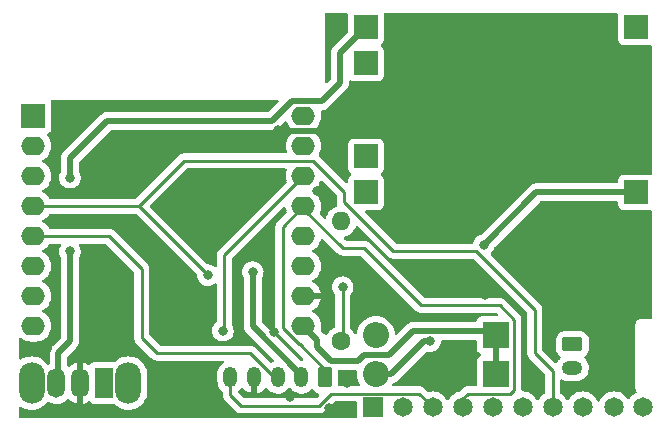
<source format=gbr>
%TF.GenerationSoftware,KiCad,Pcbnew,(6.0.2)*%
%TF.CreationDate,2022-05-25T22:27:01-04:00*%
%TF.ProjectId,breakout_slime,62726561-6b6f-4757-945f-736c696d652e,v0.1.4*%
%TF.SameCoordinates,Original*%
%TF.FileFunction,Copper,L1,Top*%
%TF.FilePolarity,Positive*%
%FSLAX46Y46*%
G04 Gerber Fmt 4.6, Leading zero omitted, Abs format (unit mm)*
G04 Created by KiCad (PCBNEW (6.0.2)) date 2022-05-25 22:27:01*
%MOMM*%
%LPD*%
G01*
G04 APERTURE LIST*
G04 Aperture macros list*
%AMRoundRect*
0 Rectangle with rounded corners*
0 $1 Rounding radius*
0 $2 $3 $4 $5 $6 $7 $8 $9 X,Y pos of 4 corners*
0 Add a 4 corners polygon primitive as box body*
4,1,4,$2,$3,$4,$5,$6,$7,$8,$9,$2,$3,0*
0 Add four circle primitives for the rounded corners*
1,1,$1+$1,$2,$3*
1,1,$1+$1,$4,$5*
1,1,$1+$1,$6,$7*
1,1,$1+$1,$8,$9*
0 Add four rect primitives between the rounded corners*
20,1,$1+$1,$2,$3,$4,$5,0*
20,1,$1+$1,$4,$5,$6,$7,0*
20,1,$1+$1,$6,$7,$8,$9,0*
20,1,$1+$1,$8,$9,$2,$3,0*%
G04 Aperture macros list end*
%TA.AperFunction,ComponentPad*%
%ADD10C,1.600000*%
%TD*%
%TA.AperFunction,ComponentPad*%
%ADD11O,1.600000X1.600000*%
%TD*%
%TA.AperFunction,ComponentPad*%
%ADD12C,1.651000*%
%TD*%
%TA.AperFunction,ComponentPad*%
%ADD13R,1.651000X1.651000*%
%TD*%
%TA.AperFunction,ComponentPad*%
%ADD14R,2.000000X2.000000*%
%TD*%
%TA.AperFunction,ComponentPad*%
%ADD15O,2.000000X1.600000*%
%TD*%
%TA.AperFunction,ComponentPad*%
%ADD16R,2.200000X2.200000*%
%TD*%
%TA.AperFunction,ComponentPad*%
%ADD17O,2.200000X2.200000*%
%TD*%
%TA.AperFunction,ComponentPad*%
%ADD18RoundRect,0.250000X0.350000X0.625000X-0.350000X0.625000X-0.350000X-0.625000X0.350000X-0.625000X0*%
%TD*%
%TA.AperFunction,ComponentPad*%
%ADD19O,1.200000X1.750000*%
%TD*%
%TA.AperFunction,ComponentPad*%
%ADD20O,2.200000X3.500000*%
%TD*%
%TA.AperFunction,ComponentPad*%
%ADD21R,1.500000X2.500000*%
%TD*%
%TA.AperFunction,ComponentPad*%
%ADD22O,1.500000X2.500000*%
%TD*%
%TA.AperFunction,ComponentPad*%
%ADD23RoundRect,0.250000X-0.625000X0.350000X-0.625000X-0.350000X0.625000X-0.350000X0.625000X0.350000X0*%
%TD*%
%TA.AperFunction,ComponentPad*%
%ADD24O,1.750000X1.200000*%
%TD*%
%TA.AperFunction,ViaPad*%
%ADD25C,0.800000*%
%TD*%
%TA.AperFunction,Conductor*%
%ADD26C,0.500000*%
%TD*%
%TA.AperFunction,Conductor*%
%ADD27C,0.250000*%
%TD*%
G04 APERTURE END LIST*
D10*
%TO.P,R1,1*%
%TO.N,Net-(R1-Pad1)*%
X76673634Y-57293815D03*
D11*
%TO.P,R1,2*%
%TO.N,B+*%
X76673634Y-47133815D03*
%TD*%
D12*
%TO.P,U3,*%
%TO.N,*%
X102206037Y-62860969D03*
X99793037Y-62860969D03*
D13*
%TO.P,U3,1,VCC*%
%TO.N,+3V3*%
X79346037Y-62860969D03*
D12*
%TO.P,U3,2,GND*%
%TO.N,GND*%
X81886037Y-62860969D03*
%TO.P,U3,3,SCL*%
%TO.N,SCL*%
X84426037Y-62860969D03*
%TO.P,U3,4,SDA*%
%TO.N,SDA*%
X86966037Y-62860969D03*
%TO.P,U3,5,AD0_BNO/INT_ICM*%
%TO.N,Net-(JP1-Pad1)*%
X89506037Y-62860969D03*
%TO.P,U3,6,AD0_ICM*%
%TO.N,unconnected-(U3-Pad6)*%
X92046037Y-62860969D03*
%TO.P,U3,7,INT_BNO/AD0_MPU*%
%TO.N,INT1*%
X94586037Y-62860969D03*
%TO.P,U3,8,INT_MPU*%
%TO.N,unconnected-(U3-Pad8)*%
X97126037Y-62860969D03*
%TD*%
D14*
%TO.P,U2,1,~{RST}*%
%TO.N,unconnected-(U2-Pad1)*%
X50631522Y-38208509D03*
D15*
%TO.P,U2,2,A0*%
%TO.N,Net-(R1-Pad1)*%
X50631522Y-40748509D03*
%TO.P,U2,3,D0*%
%TO.N,unconnected-(U2-Pad3)*%
X50631522Y-43288509D03*
%TO.P,U2,4,SCK/D5*%
%TO.N,INT1*%
X50631522Y-45828509D03*
%TO.P,U2,5,MISO/D6*%
%TO.N,INT2*%
X50631522Y-48368509D03*
%TO.P,U2,6,MOSI/D7*%
%TO.N,unconnected-(U2-Pad6)*%
X50631522Y-50908509D03*
%TO.P,U2,7,CS/D8*%
%TO.N,unconnected-(U2-Pad7)*%
X50631522Y-53448509D03*
%TO.P,U2,8,3V3*%
%TO.N,+3V3*%
X50631522Y-55988509D03*
%TO.P,U2,9,5V*%
%TO.N,+5V*%
X73491522Y-55988509D03*
%TO.P,U2,10,GND*%
%TO.N,GND*%
X73491522Y-53448509D03*
%TO.P,U2,11,D4*%
%TO.N,unconnected-(U2-Pad11)*%
X73491522Y-50908509D03*
%TO.P,U2,12,D3*%
%TO.N,unconnected-(U2-Pad12)*%
X73491522Y-48368509D03*
%TO.P,U2,13,SDA/D2*%
%TO.N,SDA*%
X73491522Y-45828509D03*
%TO.P,U2,14,SCL/D1*%
%TO.N,SCL*%
X73491522Y-43288509D03*
%TO.P,U2,15,RX*%
%TO.N,unconnected-(U2-Pad15)*%
X73491522Y-40748509D03*
%TO.P,U2,16,TX*%
%TO.N,unconnected-(U2-Pad16)*%
X73491522Y-38208509D03*
%TD*%
D14*
%TO.P,U1,1,In+*%
%TO.N,Net-(D1-Pad2)*%
X101641015Y-44670579D03*
%TO.P,U1,2,In-*%
%TO.N,unconnected-(U1-Pad2)*%
X101641015Y-30700579D03*
%TO.P,U1,3,Out-*%
%TO.N,Net-(SW1-Pad3)*%
X78781015Y-30700579D03*
%TO.P,U1,4,B-*%
%TO.N,Net-(J1-Pad2)*%
X78781015Y-33748579D03*
%TO.P,U1,5,B+*%
%TO.N,B+*%
X78781015Y-41622579D03*
%TO.P,U1,6,Out+*%
%TO.N,Net-(D2-Pad2)*%
X78781015Y-44670579D03*
%TD*%
D16*
%TO.P,D2,1,K*%
%TO.N,+5V*%
X89770520Y-56750520D03*
D17*
%TO.P,D2,2,A*%
%TO.N,Net-(D2-Pad2)*%
X79610520Y-56750520D03*
%TD*%
D18*
%TO.P,J2,1,Pin_1*%
%TO.N,SDA*%
X75311000Y-60325000D03*
D19*
%TO.P,J2,2,Pin_2*%
%TO.N,+3V3*%
X73311000Y-60325000D03*
%TO.P,J2,3,Pin_3*%
%TO.N,INT2*%
X71311000Y-60325000D03*
%TO.P,J2,4,Pin_4*%
%TO.N,GND*%
X69311000Y-60325000D03*
%TO.P,J2,5,Pin_5*%
%TO.N,SCL*%
X67311000Y-60325000D03*
%TD*%
D16*
%TO.P,D1,1,K*%
%TO.N,+5V*%
X89789000Y-60071000D03*
D17*
%TO.P,D1,2,A*%
%TO.N,Net-(D1-Pad2)*%
X79629000Y-60071000D03*
%TD*%
D20*
%TO.P,SW1,*%
%TO.N,*%
X58674000Y-60814509D03*
X50474000Y-60814509D03*
D21*
%TO.P,SW1,1,A*%
%TO.N,unconnected-(SW1-Pad1)*%
X56574000Y-60814509D03*
D22*
%TO.P,SW1,2,B*%
%TO.N,GND*%
X54574000Y-60814509D03*
%TO.P,SW1,3,C*%
%TO.N,Net-(SW1-Pad3)*%
X52574000Y-60814509D03*
%TD*%
D23*
%TO.P,J1,1,Pin_1*%
%TO.N,B+*%
X96266000Y-57547000D03*
D24*
%TO.P,J1,2,Pin_2*%
%TO.N,Net-(J1-Pad2)*%
X96266000Y-59547000D03*
%TD*%
D25*
%TO.N,Net-(D1-Pad2)*%
X88754520Y-49130520D03*
X84201000Y-57277000D03*
%TO.N,+3V3*%
X69196520Y-51416520D03*
%TO.N,GND*%
X92457105Y-60374427D03*
X76200000Y-50800000D03*
X99060000Y-38100000D03*
X70993000Y-56515000D03*
X51943000Y-52197000D03*
X93980000Y-43180000D03*
X51803147Y-57892192D03*
X93980000Y-33020000D03*
X88900000Y-33020000D03*
X87249000Y-58166000D03*
X86360000Y-43180000D03*
X101600000Y-53340000D03*
X68580000Y-40640000D03*
X71374000Y-39370000D03*
X66040000Y-48260000D03*
X84836000Y-60071000D03*
X63500000Y-45720000D03*
X70612000Y-53086000D03*
X61879222Y-62372795D03*
X81280000Y-43180000D03*
X81280000Y-38100000D03*
X96520000Y-48260000D03*
X93980000Y-38100000D03*
X99060000Y-58420000D03*
X79654400Y-53340000D03*
X55372000Y-47117000D03*
X75946000Y-31877000D03*
X88900000Y-38100000D03*
X88900000Y-53340000D03*
X101600000Y-48260000D03*
X75946000Y-38354000D03*
X55880000Y-43180000D03*
X53848000Y-38100000D03*
X99060000Y-33020000D03*
X86360000Y-48260000D03*
X63500000Y-40640000D03*
X99060000Y-43180000D03*
X72390000Y-61976000D03*
X58191400Y-57277000D03*
X61932100Y-56681339D03*
X83820000Y-33020000D03*
X75641034Y-62954936D03*
X95614624Y-52385288D03*
X70054757Y-48254103D03*
X77216000Y-60833000D03*
X81280000Y-48260000D03*
X55880000Y-53340000D03*
X58420000Y-43180000D03*
X60960000Y-50800000D03*
X83820000Y-45720000D03*
X74676000Y-44577000D03*
X83820000Y-50800000D03*
X68580000Y-45720000D03*
%TO.N,SCL*%
X66675000Y-56388000D03*
%TO.N,INT1*%
X65386520Y-51670520D03*
%TO.N,Net-(R1-Pad1)*%
X76816520Y-52686520D03*
%TO.N,Net-(SW1-Pad3)*%
X53721000Y-43434000D03*
X53721000Y-49657000D03*
%TD*%
D26*
%TO.N,+5V*%
X78613000Y-58420000D02*
X78105000Y-58928000D01*
X89416230Y-56396230D02*
X82795770Y-56396230D01*
X80772000Y-58420000D02*
X78613000Y-58420000D01*
X74676000Y-57172987D02*
X73491522Y-55988509D01*
X82795770Y-56396230D02*
X80772000Y-58420000D01*
X78105000Y-58928000D02*
X75819000Y-58928000D01*
X89770520Y-56750520D02*
X89770520Y-60052520D01*
X75819000Y-58928000D02*
X74676000Y-57785000D01*
X74676000Y-57785000D02*
X74676000Y-57172987D01*
%TO.N,Net-(D1-Pad2)*%
X84201000Y-57277000D02*
X83693000Y-57277000D01*
X93214450Y-44670590D02*
X88754520Y-49130520D01*
X83693000Y-57277000D02*
X80917480Y-60052520D01*
X101641026Y-44670590D02*
X93214450Y-44670590D01*
X80917480Y-60052520D02*
X79610520Y-60052520D01*
D27*
%TO.N,SDA*%
X91313000Y-61396022D02*
X90998064Y-61710958D01*
X71755000Y-47565040D02*
X73491520Y-45828520D01*
X78594520Y-49384520D02*
X83439000Y-54229000D01*
X90998064Y-61710958D02*
X87411974Y-61710958D01*
X73152000Y-57531000D02*
X71755000Y-56134000D01*
X91313000Y-55443978D02*
X91313000Y-61396022D01*
X90098022Y-54229000D02*
X91313000Y-55443978D01*
X76816520Y-49384520D02*
X78594520Y-49384520D01*
X73160614Y-57531000D02*
X73152000Y-57531000D01*
X87411974Y-61710958D02*
X86614000Y-62508932D01*
X73491520Y-46059520D02*
X76816520Y-49384520D01*
X83439000Y-54229000D02*
X90098022Y-54229000D01*
X75311000Y-59681386D02*
X73160614Y-57531000D01*
X71755000Y-56134000D02*
X71755000Y-47565040D01*
D26*
%TO.N,+3V3*%
X69215000Y-56007000D02*
X73311000Y-60103000D01*
X69215000Y-51435000D02*
X69215000Y-56007000D01*
X69196520Y-51416520D02*
X69215000Y-51435000D01*
D27*
%TO.N,INT2*%
X50631520Y-48368520D02*
X57004520Y-48368520D01*
X59798520Y-57004520D02*
X61068520Y-58274520D01*
X59798520Y-51162520D02*
X59798520Y-57004520D01*
X68942520Y-58274520D02*
X70993000Y-60325000D01*
X57004520Y-48368520D02*
X59798520Y-51162520D01*
X61068520Y-58274520D02*
X68942520Y-58274520D01*
D26*
%TO.N,GND*%
X75946000Y-38354000D02*
X74841971Y-39458029D01*
X74841971Y-39458029D02*
X71462029Y-39458029D01*
X71462029Y-39458029D02*
X71374000Y-39370000D01*
D27*
%TO.N,SCL*%
X74833356Y-62738000D02*
X75860398Y-61710958D01*
X66802000Y-56261000D02*
X66802000Y-49978040D01*
X75860398Y-61710958D02*
X83276026Y-61710958D01*
X71382614Y-62738000D02*
X74833356Y-62738000D01*
X83276026Y-61710958D02*
X84426048Y-62860980D01*
X66802000Y-49978040D02*
X73491520Y-43288520D01*
X66675000Y-56388000D02*
X66802000Y-56261000D01*
X67311000Y-60325000D02*
X67311000Y-61858614D01*
X67311000Y-61858614D02*
X68190386Y-62738000D01*
X68190386Y-62738000D02*
X71374000Y-62738000D01*
%TO.N,INT1*%
X74320400Y-42011600D02*
X76962000Y-44653200D01*
X65132520Y-51416520D02*
X65386520Y-51670520D01*
X76962000Y-44653200D02*
X76962000Y-45500586D01*
X93091000Y-54610000D02*
X93091000Y-58293000D01*
X63361440Y-42011600D02*
X74320400Y-42011600D01*
X88119520Y-49638520D02*
X93091000Y-54610000D01*
X76962000Y-45500586D02*
X81099934Y-49638520D01*
X50631520Y-45828520D02*
X59544520Y-45828520D01*
X81099934Y-49638520D02*
X88119520Y-49638520D01*
X93091000Y-58293000D02*
X94586048Y-59788048D01*
X59544520Y-45828520D02*
X65132520Y-51416520D01*
X59544520Y-45828520D02*
X63361440Y-42011600D01*
X94586048Y-59788048D02*
X94586048Y-62860980D01*
%TO.N,Net-(R1-Pad1)*%
X76816520Y-57258520D02*
X76816520Y-52686520D01*
D26*
%TO.N,Net-(SW1-Pad3)*%
X76581000Y-35433000D02*
X76581000Y-32900594D01*
X72517000Y-36957000D02*
X75057000Y-36957000D01*
X76581000Y-32900594D02*
X78781015Y-30700579D01*
X52750509Y-58247491D02*
X52750509Y-60814509D01*
X70866000Y-38608000D02*
X72517000Y-36957000D01*
X53721000Y-57277000D02*
X52750509Y-58247491D01*
X56896000Y-38608000D02*
X70866000Y-38608000D01*
X53721000Y-41783000D02*
X56896000Y-38608000D01*
X53721000Y-49657000D02*
X53721000Y-57277000D01*
X75057000Y-36957000D02*
X76581000Y-35433000D01*
X53721000Y-43434000D02*
X53721000Y-41783000D01*
%TD*%
%TA.AperFunction,Conductor*%
%TO.N,GND*%
G36*
X56758047Y-49022022D02*
G01*
X56779021Y-49038925D01*
X59128115Y-51388019D01*
X59162141Y-51450331D01*
X59165020Y-51477114D01*
X59165020Y-56925753D01*
X59164493Y-56936936D01*
X59162818Y-56944429D01*
X59163067Y-56952355D01*
X59163067Y-56952356D01*
X59164958Y-57012506D01*
X59165020Y-57016465D01*
X59165020Y-57044376D01*
X59165517Y-57048310D01*
X59165517Y-57048311D01*
X59165525Y-57048376D01*
X59166458Y-57060213D01*
X59167847Y-57104409D01*
X59173212Y-57122875D01*
X59173498Y-57123859D01*
X59177507Y-57143220D01*
X59180046Y-57163317D01*
X59182965Y-57170688D01*
X59182965Y-57170690D01*
X59196324Y-57204432D01*
X59200169Y-57215662D01*
X59212502Y-57258113D01*
X59216535Y-57264932D01*
X59216537Y-57264937D01*
X59222813Y-57275548D01*
X59231508Y-57293296D01*
X59238968Y-57312137D01*
X59243630Y-57318553D01*
X59243630Y-57318554D01*
X59264956Y-57347907D01*
X59271472Y-57357827D01*
X59293978Y-57395882D01*
X59308299Y-57410203D01*
X59321139Y-57425236D01*
X59333048Y-57441627D01*
X59339154Y-57446678D01*
X59367125Y-57469818D01*
X59375904Y-57477808D01*
X60564863Y-58666767D01*
X60572407Y-58675057D01*
X60576520Y-58681538D01*
X60582297Y-58686963D01*
X60626187Y-58728178D01*
X60629029Y-58730933D01*
X60648750Y-58750654D01*
X60651945Y-58753132D01*
X60660967Y-58760838D01*
X60693199Y-58791106D01*
X60700148Y-58794926D01*
X60710952Y-58800866D01*
X60727476Y-58811719D01*
X60743479Y-58824133D01*
X60784063Y-58841696D01*
X60794693Y-58846903D01*
X60833460Y-58868215D01*
X60841137Y-58870186D01*
X60841142Y-58870188D01*
X60853078Y-58873252D01*
X60871786Y-58879657D01*
X60890375Y-58887701D01*
X60898203Y-58888941D01*
X60898210Y-58888943D01*
X60934044Y-58894619D01*
X60945664Y-58897025D01*
X60976509Y-58904944D01*
X60988490Y-58908020D01*
X61008744Y-58908020D01*
X61028454Y-58909571D01*
X61048463Y-58912740D01*
X61056355Y-58911994D01*
X61092481Y-58908579D01*
X61104339Y-58908020D01*
X66609543Y-58908020D01*
X66677664Y-58928022D01*
X66724157Y-58981678D01*
X66734261Y-59051952D01*
X66704767Y-59116532D01*
X66682443Y-59136790D01*
X66583389Y-59207054D01*
X66437119Y-59359850D01*
X66322380Y-59537548D01*
X66320137Y-59543114D01*
X66272489Y-59661345D01*
X66243314Y-59733737D01*
X66202772Y-59941337D01*
X66202500Y-59946899D01*
X66202500Y-60652846D01*
X66217548Y-60810566D01*
X66277092Y-61013534D01*
X66279836Y-61018861D01*
X66279836Y-61018862D01*
X66370230Y-61194372D01*
X66373942Y-61201580D01*
X66504604Y-61367920D01*
X66634082Y-61480275D01*
X66672421Y-61540027D01*
X66677500Y-61575439D01*
X66677500Y-61779847D01*
X66676973Y-61791030D01*
X66675298Y-61798523D01*
X66675547Y-61806449D01*
X66675547Y-61806450D01*
X66677438Y-61866600D01*
X66677500Y-61870559D01*
X66677500Y-61898470D01*
X66677997Y-61902404D01*
X66677997Y-61902405D01*
X66678005Y-61902470D01*
X66678938Y-61914307D01*
X66680327Y-61958503D01*
X66685978Y-61977953D01*
X66689987Y-61997314D01*
X66690354Y-62000215D01*
X66692526Y-62017411D01*
X66695445Y-62024782D01*
X66695445Y-62024784D01*
X66708804Y-62058526D01*
X66712649Y-62069756D01*
X66722743Y-62104500D01*
X66724982Y-62112207D01*
X66729015Y-62119026D01*
X66729017Y-62119031D01*
X66735293Y-62129642D01*
X66743988Y-62147390D01*
X66751448Y-62166231D01*
X66756110Y-62172647D01*
X66756110Y-62172648D01*
X66777436Y-62202001D01*
X66783952Y-62211921D01*
X66794929Y-62230481D01*
X66806458Y-62249976D01*
X66820779Y-62264297D01*
X66833619Y-62279330D01*
X66845528Y-62295721D01*
X66851634Y-62300772D01*
X66879605Y-62323912D01*
X66888384Y-62331902D01*
X67686729Y-63130247D01*
X67694273Y-63138537D01*
X67698386Y-63145018D01*
X67704163Y-63150443D01*
X67748053Y-63191658D01*
X67750895Y-63194413D01*
X67770617Y-63214135D01*
X67773741Y-63216558D01*
X67773745Y-63216562D01*
X67773810Y-63216612D01*
X67782831Y-63224317D01*
X67815065Y-63254586D01*
X67822013Y-63258405D01*
X67822015Y-63258407D01*
X67832818Y-63264346D01*
X67849345Y-63275202D01*
X67859084Y-63282757D01*
X67859086Y-63282758D01*
X67865346Y-63287614D01*
X67905926Y-63305174D01*
X67916574Y-63310391D01*
X67941362Y-63324018D01*
X67955326Y-63331695D01*
X67963002Y-63333666D01*
X67963005Y-63333667D01*
X67974948Y-63336733D01*
X67993653Y-63343137D01*
X68012241Y-63351181D01*
X68020064Y-63352420D01*
X68020074Y-63352423D01*
X68055910Y-63358099D01*
X68067530Y-63360505D01*
X68099345Y-63368673D01*
X68110356Y-63371500D01*
X68130610Y-63371500D01*
X68150320Y-63373051D01*
X68170329Y-63376220D01*
X68178221Y-63375474D01*
X68196966Y-63373702D01*
X68214348Y-63372059D01*
X68226205Y-63371500D01*
X74754589Y-63371500D01*
X74765772Y-63372027D01*
X74773265Y-63373702D01*
X74781191Y-63373453D01*
X74781192Y-63373453D01*
X74841342Y-63371562D01*
X74845301Y-63371500D01*
X74873212Y-63371500D01*
X74877147Y-63371003D01*
X74877212Y-63370995D01*
X74889049Y-63370062D01*
X74921307Y-63369048D01*
X74925326Y-63368922D01*
X74933245Y-63368673D01*
X74952699Y-63363021D01*
X74972056Y-63359013D01*
X74984286Y-63357468D01*
X74984287Y-63357468D01*
X74992153Y-63356474D01*
X74999524Y-63353555D01*
X74999526Y-63353555D01*
X75033268Y-63340196D01*
X75044498Y-63336351D01*
X75079339Y-63326229D01*
X75079340Y-63326229D01*
X75086949Y-63324018D01*
X75093768Y-63319985D01*
X75093773Y-63319983D01*
X75104384Y-63313707D01*
X75122132Y-63305012D01*
X75140973Y-63297552D01*
X75176743Y-63271564D01*
X75186663Y-63265048D01*
X75217891Y-63246580D01*
X75217894Y-63246578D01*
X75224718Y-63242542D01*
X75239039Y-63228221D01*
X75254073Y-63215380D01*
X75255787Y-63214135D01*
X75270463Y-63203472D01*
X75275513Y-63197368D01*
X75275518Y-63197363D01*
X75298649Y-63169402D01*
X75306639Y-63160621D01*
X76085899Y-62381362D01*
X76148211Y-62347337D01*
X76174994Y-62344458D01*
X77886037Y-62344458D01*
X77954158Y-62364460D01*
X78000651Y-62418116D01*
X78012037Y-62470458D01*
X78012037Y-63628000D01*
X77992035Y-63696121D01*
X77938379Y-63742614D01*
X77886037Y-63754000D01*
X49529000Y-63754000D01*
X49460879Y-63733998D01*
X49414386Y-63680342D01*
X49403000Y-63628000D01*
X49403000Y-62919683D01*
X49423002Y-62851562D01*
X49476658Y-62805069D01*
X49546932Y-62794965D01*
X49594835Y-62812250D01*
X49737278Y-62899539D01*
X49741498Y-62902125D01*
X49746068Y-62904018D01*
X49746072Y-62904020D01*
X49970836Y-62997120D01*
X49975409Y-62999014D01*
X50060032Y-63019330D01*
X50216784Y-63056963D01*
X50216790Y-63056964D01*
X50221597Y-63058118D01*
X50474000Y-63077983D01*
X50726403Y-63058118D01*
X50731210Y-63056964D01*
X50731216Y-63056963D01*
X50887968Y-63019330D01*
X50972591Y-62999014D01*
X50977164Y-62997120D01*
X51201928Y-62904020D01*
X51201932Y-62904018D01*
X51206502Y-62902125D01*
X51422376Y-62769837D01*
X51614898Y-62605407D01*
X51769383Y-62424529D01*
X51828834Y-62385720D01*
X51899828Y-62385214D01*
X51935466Y-62401776D01*
X51965262Y-62421799D01*
X52170967Y-62512097D01*
X52176418Y-62513406D01*
X52176422Y-62513407D01*
X52383954Y-62563231D01*
X52389411Y-62564541D01*
X52473475Y-62569388D01*
X52608083Y-62577149D01*
X52608086Y-62577149D01*
X52613690Y-62577472D01*
X52836715Y-62550484D01*
X53051435Y-62484427D01*
X53056415Y-62481857D01*
X53056419Y-62481855D01*
X53246081Y-62383963D01*
X53246082Y-62383963D01*
X53251064Y-62381391D01*
X53256065Y-62377554D01*
X53325972Y-62323912D01*
X53429292Y-62244632D01*
X53433058Y-62240493D01*
X53433068Y-62240484D01*
X53480818Y-62188007D01*
X53541458Y-62151085D01*
X53612434Y-62152808D01*
X53661696Y-62182323D01*
X53775082Y-62292202D01*
X53783779Y-62299244D01*
X53960844Y-62418228D01*
X53970642Y-62423614D01*
X54165990Y-62509366D01*
X54176582Y-62512931D01*
X54302384Y-62543133D01*
X54316470Y-62542428D01*
X54320000Y-62533549D01*
X54320000Y-62532920D01*
X54828000Y-62532920D01*
X54832105Y-62546902D01*
X54841728Y-62548395D01*
X54841973Y-62548343D01*
X55045883Y-62485611D01*
X55056229Y-62481390D01*
X55245814Y-62383538D01*
X55255243Y-62377554D01*
X55260715Y-62373355D01*
X55326936Y-62347756D01*
X55396485Y-62362022D01*
X55438242Y-62397752D01*
X55460739Y-62427770D01*
X55577295Y-62515124D01*
X55713684Y-62566254D01*
X55775866Y-62573009D01*
X57372134Y-62573009D01*
X57375529Y-62572640D01*
X57375533Y-62572640D01*
X57428586Y-62566877D01*
X57498469Y-62579406D01*
X57530760Y-62602664D01*
X57533102Y-62605407D01*
X57725624Y-62769837D01*
X57941498Y-62902125D01*
X57946068Y-62904018D01*
X57946072Y-62904020D01*
X58170836Y-62997120D01*
X58175409Y-62999014D01*
X58260032Y-63019330D01*
X58416784Y-63056963D01*
X58416790Y-63056964D01*
X58421597Y-63058118D01*
X58674000Y-63077983D01*
X58926403Y-63058118D01*
X58931210Y-63056964D01*
X58931216Y-63056963D01*
X59087968Y-63019330D01*
X59172591Y-62999014D01*
X59177164Y-62997120D01*
X59401928Y-62904020D01*
X59401932Y-62904018D01*
X59406502Y-62902125D01*
X59622376Y-62769837D01*
X59814898Y-62605407D01*
X59979328Y-62412885D01*
X60111616Y-62197011D01*
X60113932Y-62191421D01*
X60206611Y-61967673D01*
X60206612Y-61967671D01*
X60208505Y-61963100D01*
X60248016Y-61798523D01*
X60266454Y-61721725D01*
X60266455Y-61721719D01*
X60267609Y-61716912D01*
X60278193Y-61582435D01*
X60282307Y-61530164D01*
X60282307Y-61530157D01*
X60282500Y-61527708D01*
X60282500Y-60101310D01*
X60280115Y-60071000D01*
X60270256Y-59945742D01*
X60267609Y-59912106D01*
X60246070Y-59822386D01*
X60209660Y-59670730D01*
X60208505Y-59665918D01*
X60157638Y-59543114D01*
X60113511Y-59436581D01*
X60113509Y-59436577D01*
X60111616Y-59432007D01*
X59979328Y-59216133D01*
X59814898Y-59023611D01*
X59622376Y-58859181D01*
X59406502Y-58726893D01*
X59401932Y-58725000D01*
X59401928Y-58724998D01*
X59177164Y-58631898D01*
X59177162Y-58631897D01*
X59172591Y-58630004D01*
X59076913Y-58607034D01*
X58931216Y-58572055D01*
X58931210Y-58572054D01*
X58926403Y-58570900D01*
X58674000Y-58551035D01*
X58421597Y-58570900D01*
X58416790Y-58572054D01*
X58416784Y-58572055D01*
X58271087Y-58607034D01*
X58175409Y-58630004D01*
X58170838Y-58631897D01*
X58170836Y-58631898D01*
X57946072Y-58724998D01*
X57946068Y-58725000D01*
X57941498Y-58726893D01*
X57725624Y-58859181D01*
X57533102Y-59023611D01*
X57530907Y-59026181D01*
X57468976Y-59059999D01*
X57428586Y-59062141D01*
X57375533Y-59056378D01*
X57375529Y-59056378D01*
X57372134Y-59056009D01*
X55775866Y-59056009D01*
X55713684Y-59062764D01*
X55577295Y-59113894D01*
X55460739Y-59201248D01*
X55436119Y-59234098D01*
X55379262Y-59276611D01*
X55308444Y-59281637D01*
X55265019Y-59263113D01*
X55187148Y-59210786D01*
X55177358Y-59205404D01*
X54982010Y-59119652D01*
X54971418Y-59116087D01*
X54845616Y-59085885D01*
X54831530Y-59086590D01*
X54828000Y-59095469D01*
X54828000Y-62532920D01*
X54320000Y-62532920D01*
X54320000Y-59096098D01*
X54315895Y-59082116D01*
X54306272Y-59080623D01*
X54306027Y-59080675D01*
X54102117Y-59143407D01*
X54091771Y-59147628D01*
X53902186Y-59245480D01*
X53892755Y-59251466D01*
X53723499Y-59381341D01*
X53720289Y-59384292D01*
X53656605Y-59415673D01*
X53586064Y-59407643D01*
X53531063Y-59362750D01*
X53509009Y-59291538D01*
X53509009Y-58613862D01*
X53529011Y-58545741D01*
X53545914Y-58524767D01*
X54209911Y-57860770D01*
X54224323Y-57848384D01*
X54235918Y-57839851D01*
X54235923Y-57839846D01*
X54241818Y-57835508D01*
X54246557Y-57829930D01*
X54246560Y-57829927D01*
X54276035Y-57795232D01*
X54282965Y-57787716D01*
X54288661Y-57782020D01*
X54290924Y-57779159D01*
X54290929Y-57779154D01*
X54306293Y-57759734D01*
X54309082Y-57756333D01*
X54351592Y-57706296D01*
X54351594Y-57706294D01*
X54356333Y-57700715D01*
X54359662Y-57694195D01*
X54363028Y-57689148D01*
X54366193Y-57684024D01*
X54370735Y-57678283D01*
X54381888Y-57654421D01*
X54401634Y-57612170D01*
X54403565Y-57608218D01*
X54433442Y-57549708D01*
X54433443Y-57549706D01*
X54436769Y-57543192D01*
X54438508Y-57536086D01*
X54440609Y-57530436D01*
X54442524Y-57524679D01*
X54445622Y-57518050D01*
X54460491Y-57446565D01*
X54461461Y-57442282D01*
X54478808Y-57371390D01*
X54479500Y-57360236D01*
X54479535Y-57360238D01*
X54479775Y-57356266D01*
X54480152Y-57352045D01*
X54481641Y-57344885D01*
X54479546Y-57267458D01*
X54479500Y-57264050D01*
X54479500Y-50193999D01*
X54496381Y-50130999D01*
X54502288Y-50120769D01*
X54542590Y-50050963D01*
X54552223Y-50034279D01*
X54552224Y-50034278D01*
X54555527Y-50028556D01*
X54614542Y-49846928D01*
X54619794Y-49796963D01*
X54633814Y-49663565D01*
X54634504Y-49657000D01*
X54625952Y-49575634D01*
X54615232Y-49473635D01*
X54615232Y-49473633D01*
X54614542Y-49467072D01*
X54555527Y-49285444D01*
X54501011Y-49191019D01*
X54484273Y-49122025D01*
X54507493Y-49054933D01*
X54563300Y-49011046D01*
X54610130Y-49002020D01*
X56689926Y-49002020D01*
X56758047Y-49022022D01*
G37*
%TD.AperFunction*%
%TA.AperFunction,Conductor*%
G36*
X100074636Y-45449092D02*
G01*
X100121129Y-45502748D01*
X100132515Y-45555090D01*
X100132515Y-45718713D01*
X100139270Y-45780895D01*
X100190400Y-45917284D01*
X100277754Y-46033840D01*
X100394310Y-46121194D01*
X100530699Y-46172324D01*
X100592881Y-46179079D01*
X102689149Y-46179079D01*
X102751331Y-46172324D01*
X102826771Y-46144043D01*
X102897577Y-46138860D01*
X102959946Y-46172781D01*
X102994076Y-46235036D01*
X102997000Y-46262025D01*
X102997000Y-55246000D01*
X102976998Y-55314121D01*
X102923342Y-55360614D01*
X102871000Y-55372000D01*
X102116702Y-55372000D01*
X102115932Y-55371998D01*
X102115078Y-55371993D01*
X102038348Y-55371524D01*
X102029719Y-55373990D01*
X102029714Y-55373991D01*
X102009952Y-55379639D01*
X101993191Y-55383217D01*
X101972848Y-55386130D01*
X101972838Y-55386133D01*
X101963955Y-55387405D01*
X101940605Y-55398021D01*
X101923093Y-55404464D01*
X101910453Y-55408077D01*
X101898435Y-55411512D01*
X101873452Y-55427274D01*
X101858386Y-55435404D01*
X101831490Y-55447633D01*
X101812061Y-55464374D01*
X101797053Y-55475479D01*
X101775369Y-55489160D01*
X101769427Y-55495888D01*
X101755819Y-55511296D01*
X101743627Y-55523340D01*
X101721253Y-55542619D01*
X101716374Y-55550147D01*
X101716371Y-55550150D01*
X101707304Y-55564139D01*
X101696014Y-55579013D01*
X101679044Y-55598228D01*
X101675229Y-55606354D01*
X101675228Y-55606355D01*
X101673694Y-55609622D01*
X101666490Y-55624966D01*
X101658176Y-55639935D01*
X101642107Y-55664727D01*
X101639535Y-55673327D01*
X101634761Y-55689290D01*
X101628099Y-55706736D01*
X101617201Y-55729948D01*
X101615820Y-55738821D01*
X101612658Y-55759128D01*
X101608874Y-55775849D01*
X101602986Y-55795536D01*
X101602985Y-55795539D01*
X101600413Y-55804141D01*
X101600358Y-55813116D01*
X101600358Y-55813117D01*
X101600203Y-55838546D01*
X101600170Y-55839328D01*
X101600000Y-55840423D01*
X101600000Y-55871298D01*
X101599998Y-55872068D01*
X101599524Y-55949652D01*
X101599908Y-55950996D01*
X101600000Y-55952341D01*
X101600000Y-61205298D01*
X101599998Y-61206068D01*
X101599524Y-61283652D01*
X101601990Y-61292281D01*
X101601991Y-61292286D01*
X101607639Y-61312048D01*
X101611217Y-61328809D01*
X101614130Y-61349152D01*
X101614133Y-61349162D01*
X101615405Y-61358045D01*
X101626021Y-61381395D01*
X101632464Y-61398907D01*
X101639512Y-61423565D01*
X101655274Y-61448548D01*
X101663404Y-61463614D01*
X101670979Y-61480274D01*
X101675634Y-61490512D01*
X101674068Y-61491224D01*
X101690968Y-61549249D01*
X101670816Y-61617325D01*
X101618218Y-61663167D01*
X101541476Y-61698952D01*
X101541471Y-61698955D01*
X101536489Y-61701278D01*
X101531982Y-61704434D01*
X101531980Y-61704435D01*
X101349794Y-61832003D01*
X101349791Y-61832005D01*
X101345283Y-61835162D01*
X101180230Y-62000215D01*
X101177073Y-62004723D01*
X101177071Y-62004726D01*
X101102750Y-62110868D01*
X101047293Y-62155196D01*
X100976674Y-62162505D01*
X100913313Y-62130474D01*
X100896324Y-62110868D01*
X100822003Y-62004726D01*
X100822001Y-62004723D01*
X100818844Y-62000215D01*
X100653791Y-61835162D01*
X100649283Y-61832005D01*
X100649280Y-61832003D01*
X100467094Y-61704435D01*
X100467092Y-61704434D01*
X100462585Y-61701278D01*
X100457603Y-61698955D01*
X100457598Y-61698952D01*
X100256017Y-61604953D01*
X100256015Y-61604952D01*
X100251035Y-61602630D01*
X100245727Y-61601208D01*
X100245725Y-61601207D01*
X100030884Y-61543641D01*
X100030882Y-61543641D01*
X100025569Y-61542217D01*
X99793037Y-61521873D01*
X99560505Y-61542217D01*
X99555192Y-61543641D01*
X99555190Y-61543641D01*
X99340349Y-61601207D01*
X99340347Y-61601208D01*
X99335039Y-61602630D01*
X99330059Y-61604952D01*
X99330057Y-61604953D01*
X99128476Y-61698952D01*
X99128471Y-61698955D01*
X99123489Y-61701278D01*
X99118982Y-61704434D01*
X99118980Y-61704435D01*
X98936794Y-61832003D01*
X98936791Y-61832005D01*
X98932283Y-61835162D01*
X98767230Y-62000215D01*
X98764073Y-62004723D01*
X98764071Y-62004726D01*
X98639716Y-62182323D01*
X98633346Y-62191421D01*
X98631023Y-62196403D01*
X98631020Y-62196408D01*
X98573732Y-62319263D01*
X98526814Y-62372548D01*
X98458537Y-62392009D01*
X98390577Y-62371467D01*
X98345342Y-62319263D01*
X98288054Y-62196408D01*
X98288051Y-62196403D01*
X98285728Y-62191421D01*
X98279358Y-62182323D01*
X98155003Y-62004726D01*
X98155001Y-62004723D01*
X98151844Y-62000215D01*
X97986791Y-61835162D01*
X97982283Y-61832005D01*
X97982280Y-61832003D01*
X97800094Y-61704435D01*
X97800092Y-61704434D01*
X97795585Y-61701278D01*
X97790603Y-61698955D01*
X97790598Y-61698952D01*
X97589017Y-61604953D01*
X97589015Y-61604952D01*
X97584035Y-61602630D01*
X97578727Y-61601208D01*
X97578725Y-61601207D01*
X97363884Y-61543641D01*
X97363882Y-61543641D01*
X97358569Y-61542217D01*
X97126037Y-61521873D01*
X96893505Y-61542217D01*
X96888192Y-61543641D01*
X96888190Y-61543641D01*
X96673349Y-61601207D01*
X96673347Y-61601208D01*
X96668039Y-61602630D01*
X96663059Y-61604952D01*
X96663057Y-61604953D01*
X96461476Y-61698952D01*
X96461471Y-61698955D01*
X96456489Y-61701278D01*
X96451982Y-61704434D01*
X96451980Y-61704435D01*
X96269794Y-61832003D01*
X96269791Y-61832005D01*
X96265283Y-61835162D01*
X96100230Y-62000215D01*
X96097073Y-62004723D01*
X96097071Y-62004726D01*
X96059400Y-62058526D01*
X95966346Y-62191421D01*
X95964763Y-62194816D01*
X95913771Y-62243435D01*
X95844057Y-62256869D01*
X95778147Y-62230481D01*
X95747390Y-62194986D01*
X95745728Y-62191421D01*
X95652674Y-62058526D01*
X95615003Y-62004726D01*
X95615001Y-62004723D01*
X95611844Y-62000215D01*
X95446791Y-61835162D01*
X95442283Y-61832005D01*
X95442280Y-61832003D01*
X95273277Y-61713666D01*
X95228949Y-61658209D01*
X95219548Y-61610453D01*
X95219548Y-60599726D01*
X95239550Y-60531605D01*
X95293206Y-60485112D01*
X95363480Y-60475008D01*
X95413896Y-60493875D01*
X95473503Y-60532363D01*
X95473507Y-60532365D01*
X95478548Y-60535620D01*
X95484114Y-60537863D01*
X95669168Y-60612442D01*
X95669171Y-60612443D01*
X95674737Y-60614686D01*
X95882337Y-60655228D01*
X95887899Y-60655500D01*
X96593846Y-60655500D01*
X96751566Y-60640452D01*
X96954534Y-60580908D01*
X96959862Y-60578164D01*
X97137249Y-60486804D01*
X97137252Y-60486802D01*
X97142580Y-60484058D01*
X97308920Y-60353396D01*
X97312852Y-60348865D01*
X97312855Y-60348862D01*
X97443621Y-60198167D01*
X97447552Y-60193637D01*
X97450552Y-60188451D01*
X97450555Y-60188447D01*
X97550467Y-60015742D01*
X97553473Y-60010546D01*
X97622861Y-59810729D01*
X97623722Y-59804792D01*
X97652352Y-59607336D01*
X97652352Y-59607333D01*
X97653213Y-59601396D01*
X97643433Y-59390101D01*
X97605754Y-59233757D01*
X97595281Y-59190299D01*
X97595280Y-59190297D01*
X97593875Y-59184466D01*
X97577013Y-59147379D01*
X97533624Y-59051952D01*
X97506326Y-58991913D01*
X97383946Y-58819389D01*
X97379617Y-58815245D01*
X97379611Y-58815238D01*
X97288683Y-58728194D01*
X97253306Y-58666639D01*
X97256825Y-58595730D01*
X97298121Y-58537979D01*
X97309504Y-58530035D01*
X97365348Y-58495478D01*
X97490305Y-58370303D01*
X97497260Y-58359020D01*
X97579275Y-58225968D01*
X97579276Y-58225966D01*
X97583115Y-58219738D01*
X97638797Y-58051861D01*
X97649500Y-57947400D01*
X97649500Y-57146600D01*
X97649163Y-57143350D01*
X97639238Y-57047692D01*
X97639237Y-57047688D01*
X97638526Y-57040834D01*
X97582550Y-56873054D01*
X97489478Y-56722652D01*
X97364303Y-56597695D01*
X97321588Y-56571365D01*
X97219968Y-56508725D01*
X97219966Y-56508724D01*
X97213738Y-56504885D01*
X97112512Y-56471310D01*
X97052389Y-56451368D01*
X97052387Y-56451368D01*
X97045861Y-56449203D01*
X97039025Y-56448503D01*
X97039022Y-56448502D01*
X96995969Y-56444091D01*
X96941400Y-56438500D01*
X95590600Y-56438500D01*
X95587354Y-56438837D01*
X95587350Y-56438837D01*
X95491692Y-56448762D01*
X95491688Y-56448763D01*
X95484834Y-56449474D01*
X95478298Y-56451655D01*
X95478296Y-56451655D01*
X95369172Y-56488062D01*
X95317054Y-56505450D01*
X95166652Y-56598522D01*
X95041695Y-56723697D01*
X95037855Y-56729927D01*
X95037854Y-56729928D01*
X94994090Y-56800927D01*
X94948885Y-56874262D01*
X94946581Y-56881209D01*
X94901719Y-57016465D01*
X94893203Y-57042139D01*
X94892503Y-57048975D01*
X94892502Y-57048978D01*
X94890786Y-57065728D01*
X94882500Y-57146600D01*
X94882500Y-57947400D01*
X94882837Y-57950646D01*
X94882837Y-57950650D01*
X94889755Y-58017318D01*
X94893474Y-58053166D01*
X94895655Y-58059702D01*
X94895655Y-58059704D01*
X94937624Y-58185500D01*
X94949450Y-58220946D01*
X95042522Y-58371348D01*
X95167697Y-58496305D01*
X95205609Y-58519674D01*
X95219236Y-58528074D01*
X95266729Y-58580846D01*
X95278153Y-58650918D01*
X95249879Y-58716042D01*
X95230955Y-58734418D01*
X95223080Y-58740604D01*
X95219148Y-58745135D01*
X95219145Y-58745138D01*
X95120184Y-58859181D01*
X95084448Y-58900363D01*
X95081448Y-58905549D01*
X95081445Y-58905553D01*
X94986953Y-59068889D01*
X94935528Y-59117838D01*
X94865802Y-59131213D01*
X94799914Y-59104769D01*
X94788794Y-59094889D01*
X93761405Y-58067500D01*
X93727379Y-58005188D01*
X93724500Y-57978405D01*
X93724500Y-54688763D01*
X93725027Y-54677579D01*
X93726701Y-54670091D01*
X93724562Y-54602032D01*
X93724500Y-54598075D01*
X93724500Y-54570144D01*
X93723994Y-54566138D01*
X93723061Y-54554292D01*
X93722308Y-54530305D01*
X93721673Y-54510110D01*
X93716022Y-54490658D01*
X93712014Y-54471306D01*
X93710468Y-54459068D01*
X93710467Y-54459066D01*
X93709474Y-54451203D01*
X93693194Y-54410086D01*
X93689359Y-54398885D01*
X93677018Y-54356406D01*
X93672985Y-54349587D01*
X93672983Y-54349582D01*
X93666707Y-54338971D01*
X93658010Y-54321221D01*
X93650552Y-54302383D01*
X93624571Y-54266623D01*
X93618053Y-54256701D01*
X93599578Y-54225460D01*
X93599574Y-54225455D01*
X93595542Y-54218637D01*
X93581218Y-54204313D01*
X93568376Y-54189278D01*
X93556472Y-54172893D01*
X93522406Y-54144711D01*
X93513627Y-54136722D01*
X89364727Y-49987822D01*
X89330701Y-49925510D01*
X89335766Y-49854695D01*
X89366278Y-49809841D01*
X89365773Y-49809386D01*
X89369104Y-49805687D01*
X89369105Y-49805685D01*
X89381844Y-49791538D01*
X89489141Y-49672372D01*
X89489142Y-49672371D01*
X89493560Y-49667464D01*
X89558222Y-49555466D01*
X89585743Y-49507799D01*
X89585744Y-49507798D01*
X89589047Y-49502076D01*
X89643907Y-49333234D01*
X89674645Y-49283076D01*
X93491726Y-45465995D01*
X93554038Y-45431969D01*
X93580821Y-45429090D01*
X100006515Y-45429090D01*
X100074636Y-45449092D01*
G37*
%TD.AperFunction*%
%TA.AperFunction,Conductor*%
G36*
X78081990Y-47524116D02*
G01*
X78111612Y-47546102D01*
X80596277Y-50030767D01*
X80603821Y-50039057D01*
X80607934Y-50045538D01*
X80613711Y-50050963D01*
X80657601Y-50092178D01*
X80660443Y-50094933D01*
X80680164Y-50114654D01*
X80683359Y-50117132D01*
X80692381Y-50124838D01*
X80724613Y-50155106D01*
X80731562Y-50158926D01*
X80742366Y-50164866D01*
X80758890Y-50175719D01*
X80774893Y-50188133D01*
X80815477Y-50205696D01*
X80826107Y-50210903D01*
X80864874Y-50232215D01*
X80872551Y-50234186D01*
X80872556Y-50234188D01*
X80884492Y-50237252D01*
X80903200Y-50243657D01*
X80921789Y-50251701D01*
X80929614Y-50252940D01*
X80929616Y-50252941D01*
X80965453Y-50258617D01*
X80977074Y-50261024D01*
X81012223Y-50270048D01*
X81019904Y-50272020D01*
X81040165Y-50272020D01*
X81059874Y-50273571D01*
X81079877Y-50276739D01*
X81087769Y-50275993D01*
X81092996Y-50275499D01*
X81123888Y-50272579D01*
X81135745Y-50272020D01*
X87804926Y-50272020D01*
X87873047Y-50292022D01*
X87894021Y-50308925D01*
X92420595Y-54835499D01*
X92454621Y-54897811D01*
X92457500Y-54924594D01*
X92457500Y-58214233D01*
X92456973Y-58225416D01*
X92455298Y-58232909D01*
X92455547Y-58240835D01*
X92455547Y-58240836D01*
X92457438Y-58300986D01*
X92457500Y-58304945D01*
X92457500Y-58332856D01*
X92457997Y-58336790D01*
X92457997Y-58336791D01*
X92458005Y-58336856D01*
X92458938Y-58348693D01*
X92460327Y-58392889D01*
X92465978Y-58412339D01*
X92469987Y-58431700D01*
X92472526Y-58451797D01*
X92475445Y-58459168D01*
X92475445Y-58459170D01*
X92488804Y-58492912D01*
X92492649Y-58504142D01*
X92497368Y-58520385D01*
X92504982Y-58546593D01*
X92509015Y-58553412D01*
X92509017Y-58553417D01*
X92515293Y-58564028D01*
X92523988Y-58581776D01*
X92531448Y-58600617D01*
X92536110Y-58607033D01*
X92536110Y-58607034D01*
X92557436Y-58636387D01*
X92563952Y-58646307D01*
X92579809Y-58673119D01*
X92586458Y-58684362D01*
X92600779Y-58698683D01*
X92613619Y-58713716D01*
X92625528Y-58730107D01*
X92646978Y-58747852D01*
X92659605Y-58758298D01*
X92668384Y-58766288D01*
X93915643Y-60013547D01*
X93949669Y-60075859D01*
X93952548Y-60102642D01*
X93952548Y-61610438D01*
X93932546Y-61678559D01*
X93898820Y-61713650D01*
X93886895Y-61722000D01*
X93729794Y-61832003D01*
X93729791Y-61832005D01*
X93725283Y-61835162D01*
X93560230Y-62000215D01*
X93557073Y-62004723D01*
X93557071Y-62004726D01*
X93519400Y-62058526D01*
X93426346Y-62191421D01*
X93424763Y-62194816D01*
X93373771Y-62243435D01*
X93304057Y-62256869D01*
X93238147Y-62230481D01*
X93207390Y-62194986D01*
X93205728Y-62191421D01*
X93112674Y-62058526D01*
X93075003Y-62004726D01*
X93075001Y-62004723D01*
X93071844Y-62000215D01*
X92906791Y-61835162D01*
X92902283Y-61832005D01*
X92902280Y-61832003D01*
X92720094Y-61704435D01*
X92720092Y-61704434D01*
X92715585Y-61701278D01*
X92710603Y-61698955D01*
X92710598Y-61698952D01*
X92509017Y-61604953D01*
X92509015Y-61604952D01*
X92504035Y-61602630D01*
X92498727Y-61601208D01*
X92498725Y-61601207D01*
X92283884Y-61543641D01*
X92283882Y-61543641D01*
X92278569Y-61542217D01*
X92128068Y-61529050D01*
X92065093Y-61523540D01*
X91998975Y-61497676D01*
X91957336Y-61440173D01*
X91950634Y-61409878D01*
X91947059Y-61372062D01*
X91946500Y-61360203D01*
X91946500Y-55522741D01*
X91947027Y-55511557D01*
X91948701Y-55504069D01*
X91946562Y-55436010D01*
X91946500Y-55432053D01*
X91946500Y-55404122D01*
X91945994Y-55400116D01*
X91945061Y-55388270D01*
X91944613Y-55373991D01*
X91943673Y-55344088D01*
X91938022Y-55324636D01*
X91934014Y-55305284D01*
X91932467Y-55293041D01*
X91931474Y-55285181D01*
X91928556Y-55277810D01*
X91915200Y-55244075D01*
X91911355Y-55232848D01*
X91910721Y-55230665D01*
X91899018Y-55190385D01*
X91894984Y-55183563D01*
X91894981Y-55183557D01*
X91888706Y-55172946D01*
X91880010Y-55155196D01*
X91875472Y-55143734D01*
X91875469Y-55143729D01*
X91872552Y-55136361D01*
X91846573Y-55100603D01*
X91840057Y-55090685D01*
X91821575Y-55059435D01*
X91817542Y-55052615D01*
X91803218Y-55038291D01*
X91790376Y-55023256D01*
X91778472Y-55006871D01*
X91744406Y-54978689D01*
X91735627Y-54970700D01*
X90601674Y-53836747D01*
X90594134Y-53828461D01*
X90590022Y-53821982D01*
X90540370Y-53775356D01*
X90537529Y-53772602D01*
X90517792Y-53752865D01*
X90514595Y-53750385D01*
X90505573Y-53742680D01*
X90479122Y-53717841D01*
X90473343Y-53712414D01*
X90466397Y-53708595D01*
X90466394Y-53708593D01*
X90455588Y-53702652D01*
X90439069Y-53691801D01*
X90438605Y-53691441D01*
X90423063Y-53679386D01*
X90415794Y-53676241D01*
X90415790Y-53676238D01*
X90382485Y-53661826D01*
X90371835Y-53656609D01*
X90333082Y-53635305D01*
X90313459Y-53630267D01*
X90294756Y-53623863D01*
X90283442Y-53618967D01*
X90283441Y-53618967D01*
X90276167Y-53615819D01*
X90268344Y-53614580D01*
X90268334Y-53614577D01*
X90232498Y-53608901D01*
X90220878Y-53606495D01*
X90185733Y-53597472D01*
X90185732Y-53597472D01*
X90178052Y-53595500D01*
X90157798Y-53595500D01*
X90138087Y-53593949D01*
X90125908Y-53592020D01*
X90118079Y-53590780D01*
X90110187Y-53591526D01*
X90074061Y-53594941D01*
X90062203Y-53595500D01*
X83753595Y-53595500D01*
X83685474Y-53575498D01*
X83664500Y-53558595D01*
X79098172Y-48992267D01*
X79090632Y-48983981D01*
X79086520Y-48977502D01*
X79036868Y-48930876D01*
X79034027Y-48928122D01*
X79014290Y-48908385D01*
X79011093Y-48905905D01*
X79002071Y-48898200D01*
X78975620Y-48873361D01*
X78969841Y-48867934D01*
X78962895Y-48864115D01*
X78962892Y-48864113D01*
X78952086Y-48858172D01*
X78935567Y-48847321D01*
X78935103Y-48846961D01*
X78919561Y-48834906D01*
X78912292Y-48831761D01*
X78912288Y-48831758D01*
X78878983Y-48817346D01*
X78868333Y-48812129D01*
X78829580Y-48790825D01*
X78809957Y-48785787D01*
X78791254Y-48779383D01*
X78779940Y-48774487D01*
X78779939Y-48774487D01*
X78772665Y-48771339D01*
X78764842Y-48770100D01*
X78764832Y-48770097D01*
X78728996Y-48764421D01*
X78717376Y-48762015D01*
X78682231Y-48752992D01*
X78682230Y-48752992D01*
X78674550Y-48751020D01*
X78654296Y-48751020D01*
X78634585Y-48749469D01*
X78622406Y-48747540D01*
X78614577Y-48746300D01*
X78606685Y-48747046D01*
X78570559Y-48750461D01*
X78558701Y-48751020D01*
X77131114Y-48751020D01*
X77062993Y-48731018D01*
X77042019Y-48714115D01*
X76940530Y-48612626D01*
X76906504Y-48550314D01*
X76911569Y-48479499D01*
X76954116Y-48422663D01*
X76997014Y-48401824D01*
X77117567Y-48369522D01*
X77117569Y-48369521D01*
X77122877Y-48368099D01*
X77127859Y-48365776D01*
X77325396Y-48273664D01*
X77325401Y-48273661D01*
X77330383Y-48271338D01*
X77435245Y-48197913D01*
X77513423Y-48143172D01*
X77513426Y-48143170D01*
X77517934Y-48140013D01*
X77679832Y-47978115D01*
X77811157Y-47790564D01*
X77813480Y-47785582D01*
X77813483Y-47785577D01*
X77907918Y-47583058D01*
X77910052Y-47584053D01*
X77946181Y-47534954D01*
X78012494Y-47509596D01*
X78081990Y-47524116D01*
G37*
%TD.AperFunction*%
%TA.AperFunction,Conductor*%
G36*
X88104141Y-57174732D02*
G01*
X88150634Y-57228388D01*
X88162020Y-57280730D01*
X88162020Y-57898654D01*
X88168775Y-57960836D01*
X88219905Y-58097225D01*
X88307259Y-58213781D01*
X88423815Y-58301135D01*
X88432216Y-58304284D01*
X88434071Y-58305300D01*
X88484217Y-58355559D01*
X88499230Y-58424950D01*
X88474344Y-58491442D01*
X88441762Y-58519674D01*
X88442295Y-58520385D01*
X88325739Y-58607739D01*
X88238385Y-58724295D01*
X88187255Y-58860684D01*
X88180500Y-58922866D01*
X88180500Y-60951458D01*
X88160498Y-61019579D01*
X88106842Y-61066072D01*
X88054500Y-61077458D01*
X87490742Y-61077458D01*
X87479559Y-61076931D01*
X87472066Y-61075256D01*
X87464140Y-61075505D01*
X87464139Y-61075505D01*
X87403976Y-61077396D01*
X87400018Y-61077458D01*
X87372118Y-61077458D01*
X87368128Y-61077962D01*
X87356294Y-61078894D01*
X87312085Y-61080284D01*
X87304469Y-61082497D01*
X87304467Y-61082497D01*
X87292626Y-61085937D01*
X87273267Y-61089946D01*
X87271957Y-61090112D01*
X87253177Y-61092484D01*
X87245811Y-61095400D01*
X87245805Y-61095402D01*
X87212072Y-61108758D01*
X87200842Y-61112603D01*
X87184802Y-61117263D01*
X87158381Y-61124939D01*
X87151558Y-61128974D01*
X87140940Y-61135253D01*
X87123187Y-61143950D01*
X87115542Y-61146977D01*
X87104357Y-61151406D01*
X87090679Y-61161344D01*
X87068586Y-61177395D01*
X87058669Y-61183909D01*
X87020612Y-61206416D01*
X87006291Y-61220737D01*
X86991258Y-61233577D01*
X86974867Y-61245486D01*
X86969816Y-61251591D01*
X86969811Y-61251596D01*
X86946675Y-61279562D01*
X86938687Y-61288340D01*
X86690861Y-61536166D01*
X86634378Y-61568778D01*
X86583408Y-61582435D01*
X86513349Y-61601207D01*
X86513347Y-61601208D01*
X86508039Y-61602630D01*
X86503059Y-61604952D01*
X86503057Y-61604953D01*
X86301476Y-61698952D01*
X86301471Y-61698955D01*
X86296489Y-61701278D01*
X86291982Y-61704434D01*
X86291980Y-61704435D01*
X86109794Y-61832003D01*
X86109791Y-61832005D01*
X86105283Y-61835162D01*
X85940230Y-62000215D01*
X85937073Y-62004723D01*
X85937071Y-62004726D01*
X85899400Y-62058526D01*
X85806346Y-62191421D01*
X85804763Y-62194816D01*
X85753771Y-62243435D01*
X85684057Y-62256869D01*
X85618147Y-62230481D01*
X85587390Y-62194986D01*
X85585728Y-62191421D01*
X85492674Y-62058526D01*
X85455003Y-62004726D01*
X85455001Y-62004723D01*
X85451844Y-62000215D01*
X85286791Y-61835162D01*
X85282283Y-61832005D01*
X85282280Y-61832003D01*
X85100094Y-61704435D01*
X85100092Y-61704434D01*
X85095585Y-61701278D01*
X85090603Y-61698955D01*
X85090598Y-61698952D01*
X84889017Y-61604953D01*
X84889015Y-61604952D01*
X84884035Y-61602630D01*
X84878727Y-61601208D01*
X84878725Y-61601207D01*
X84663884Y-61543641D01*
X84663882Y-61543641D01*
X84658569Y-61542217D01*
X84426037Y-61521873D01*
X84193505Y-61542217D01*
X84188186Y-61543642D01*
X84188187Y-61543642D01*
X84113673Y-61563607D01*
X84042697Y-61561917D01*
X83991968Y-61530995D01*
X83779678Y-61318705D01*
X83772138Y-61310419D01*
X83768026Y-61303940D01*
X83718374Y-61257314D01*
X83715533Y-61254560D01*
X83695796Y-61234823D01*
X83692599Y-61232343D01*
X83683577Y-61224638D01*
X83670182Y-61212059D01*
X83651347Y-61194372D01*
X83644401Y-61190553D01*
X83644398Y-61190551D01*
X83633592Y-61184610D01*
X83617073Y-61173759D01*
X83616609Y-61173399D01*
X83601067Y-61161344D01*
X83593798Y-61158199D01*
X83593794Y-61158196D01*
X83560489Y-61143784D01*
X83549839Y-61138567D01*
X83511086Y-61117263D01*
X83491463Y-61112225D01*
X83472760Y-61105821D01*
X83461446Y-61100925D01*
X83461445Y-61100925D01*
X83454171Y-61097777D01*
X83446348Y-61096538D01*
X83446338Y-61096535D01*
X83410502Y-61090859D01*
X83398882Y-61088453D01*
X83363737Y-61079430D01*
X83363736Y-61079430D01*
X83356056Y-61077458D01*
X83335802Y-61077458D01*
X83316091Y-61075907D01*
X83303912Y-61073978D01*
X83296083Y-61072738D01*
X83266812Y-61075505D01*
X83252065Y-61076899D01*
X83240207Y-61077458D01*
X81123725Y-61077458D01*
X81055604Y-61057456D01*
X81009111Y-61003800D01*
X80999007Y-60933526D01*
X81016293Y-60885623D01*
X81042148Y-60843432D01*
X81094796Y-60795800D01*
X81106584Y-60790830D01*
X81161807Y-60770785D01*
X81165935Y-60769368D01*
X81228416Y-60749127D01*
X81228418Y-60749126D01*
X81235379Y-60746871D01*
X81241634Y-60743075D01*
X81247108Y-60740569D01*
X81252538Y-60737850D01*
X81259417Y-60735353D01*
X81265538Y-60731340D01*
X81320456Y-60695334D01*
X81324160Y-60692997D01*
X81386587Y-60655115D01*
X81394964Y-60647717D01*
X81394988Y-60647744D01*
X81397980Y-60645091D01*
X81401213Y-60642388D01*
X81407332Y-60638376D01*
X81460608Y-60582137D01*
X81462986Y-60579695D01*
X83852337Y-58190344D01*
X83914649Y-58156318D01*
X83967629Y-58156192D01*
X84099056Y-58184128D01*
X84099061Y-58184128D01*
X84105513Y-58185500D01*
X84296487Y-58185500D01*
X84302939Y-58184128D01*
X84302944Y-58184128D01*
X84396446Y-58164253D01*
X84483288Y-58145794D01*
X84489319Y-58143109D01*
X84651722Y-58070803D01*
X84651724Y-58070802D01*
X84657752Y-58068118D01*
X84812253Y-57955866D01*
X84819876Y-57947400D01*
X84935621Y-57818852D01*
X84935622Y-57818851D01*
X84940040Y-57813944D01*
X85002191Y-57706296D01*
X85032223Y-57654279D01*
X85032224Y-57654278D01*
X85035527Y-57648556D01*
X85094542Y-57466928D01*
X85096671Y-57446678D01*
X85113814Y-57283565D01*
X85114504Y-57277000D01*
X85114897Y-57277041D01*
X85133816Y-57212609D01*
X85187472Y-57166116D01*
X85239814Y-57154730D01*
X88036020Y-57154730D01*
X88104141Y-57174732D01*
G37*
%TD.AperFunction*%
%TA.AperFunction,Conductor*%
G36*
X69507121Y-60091002D02*
G01*
X69553614Y-60144658D01*
X69565000Y-60197000D01*
X69565000Y-61660402D01*
X69568973Y-61673933D01*
X69578399Y-61675288D01*
X69667537Y-61653806D01*
X69678832Y-61649917D01*
X69860382Y-61567371D01*
X69870724Y-61561424D01*
X70033397Y-61446032D01*
X70042425Y-61438239D01*
X70180342Y-61294169D01*
X70187741Y-61284800D01*
X70205418Y-61257423D01*
X70259172Y-61211045D01*
X70329468Y-61201091D01*
X70393985Y-61230722D01*
X70410356Y-61247937D01*
X70504604Y-61367920D01*
X70509133Y-61371850D01*
X70509138Y-61371855D01*
X70629215Y-61476052D01*
X70664363Y-61506552D01*
X70669549Y-61509552D01*
X70669553Y-61509555D01*
X70762986Y-61563607D01*
X70847454Y-61612473D01*
X71047271Y-61681861D01*
X71053206Y-61682722D01*
X71053208Y-61682722D01*
X71250664Y-61711352D01*
X71250667Y-61711352D01*
X71256604Y-61712213D01*
X71467899Y-61702433D01*
X71599077Y-61670819D01*
X71667701Y-61654281D01*
X71667703Y-61654280D01*
X71673534Y-61652875D01*
X71678992Y-61650393D01*
X71678996Y-61650392D01*
X71828458Y-61582435D01*
X71866087Y-61565326D01*
X72014933Y-61459742D01*
X72033725Y-61446412D01*
X72033726Y-61446411D01*
X72038611Y-61442946D01*
X72184881Y-61290150D01*
X72195344Y-61273946D01*
X72205746Y-61257837D01*
X72259501Y-61211460D01*
X72329797Y-61201507D01*
X72394314Y-61231139D01*
X72410681Y-61248351D01*
X72504604Y-61367920D01*
X72509133Y-61371850D01*
X72509138Y-61371855D01*
X72629215Y-61476052D01*
X72664363Y-61506552D01*
X72669549Y-61509552D01*
X72669553Y-61509555D01*
X72762986Y-61563607D01*
X72847454Y-61612473D01*
X73047271Y-61681861D01*
X73053206Y-61682722D01*
X73053208Y-61682722D01*
X73250664Y-61711352D01*
X73250667Y-61711352D01*
X73256604Y-61712213D01*
X73467899Y-61702433D01*
X73599077Y-61670819D01*
X73667701Y-61654281D01*
X73667703Y-61654280D01*
X73673534Y-61652875D01*
X73678992Y-61650393D01*
X73678996Y-61650392D01*
X73828458Y-61582435D01*
X73866087Y-61565326D01*
X74014933Y-61459742D01*
X74033725Y-61446412D01*
X74033726Y-61446411D01*
X74038611Y-61442946D01*
X74042753Y-61438619D01*
X74042759Y-61438614D01*
X74129806Y-61347683D01*
X74191361Y-61312306D01*
X74262270Y-61315825D01*
X74320021Y-61357121D01*
X74327965Y-61368504D01*
X74362522Y-61424348D01*
X74487697Y-61549305D01*
X74493927Y-61553145D01*
X74493928Y-61553146D01*
X74593367Y-61614441D01*
X74638262Y-61642115D01*
X74674942Y-61654281D01*
X74741107Y-61676227D01*
X74799467Y-61716657D01*
X74826704Y-61782222D01*
X74814171Y-61852103D01*
X74790535Y-61884915D01*
X74607855Y-62067595D01*
X74545543Y-62101621D01*
X74518760Y-62104500D01*
X68504981Y-62104500D01*
X68436860Y-62084498D01*
X68415885Y-62067595D01*
X67999416Y-61651125D01*
X67965391Y-61588813D01*
X67970456Y-61517997D01*
X68015613Y-61459260D01*
X68033721Y-61446416D01*
X68033729Y-61446409D01*
X68038611Y-61442946D01*
X68184881Y-61290150D01*
X68188130Y-61285119D01*
X68188135Y-61285112D01*
X68206033Y-61257393D01*
X68259789Y-61211016D01*
X68330085Y-61201063D01*
X68394602Y-61230696D01*
X68410970Y-61247909D01*
X68501262Y-61362857D01*
X68509499Y-61371506D01*
X68660123Y-61502212D01*
X68669847Y-61509147D01*
X68842467Y-61609010D01*
X68853331Y-61613984D01*
X69041727Y-61679407D01*
X69042716Y-61679648D01*
X69053008Y-61678180D01*
X69057000Y-61664615D01*
X69057000Y-60197000D01*
X69077002Y-60128879D01*
X69130658Y-60082386D01*
X69183000Y-60071000D01*
X69439000Y-60071000D01*
X69507121Y-60091002D01*
G37*
%TD.AperFunction*%
%TA.AperFunction,Conductor*%
G36*
X77977602Y-59706502D02*
G01*
X78024095Y-59760158D01*
X78035093Y-59822385D01*
X78015526Y-60071000D01*
X78035391Y-60323403D01*
X78036545Y-60328210D01*
X78036546Y-60328216D01*
X78043481Y-60357102D01*
X78094495Y-60569591D01*
X78096388Y-60574162D01*
X78096389Y-60574164D01*
X78188796Y-60797253D01*
X78191384Y-60803502D01*
X78193970Y-60807722D01*
X78241708Y-60885623D01*
X78260246Y-60954156D01*
X78238790Y-61021833D01*
X78184151Y-61067166D01*
X78134275Y-61077458D01*
X76545500Y-61077458D01*
X76477379Y-61057456D01*
X76430886Y-61003800D01*
X76419500Y-60951458D01*
X76419500Y-59812500D01*
X76439502Y-59744379D01*
X76493158Y-59697886D01*
X76545500Y-59686500D01*
X77909481Y-59686500D01*
X77977602Y-59706502D01*
G37*
%TD.AperFunction*%
%TA.AperFunction,Conductor*%
G36*
X52899991Y-49022022D02*
G01*
X52946484Y-49075678D01*
X52956588Y-49145952D01*
X52940989Y-49191019D01*
X52886473Y-49285444D01*
X52827458Y-49467072D01*
X52826768Y-49473633D01*
X52826768Y-49473635D01*
X52816048Y-49575634D01*
X52807496Y-49657000D01*
X52808186Y-49663565D01*
X52822207Y-49796963D01*
X52827458Y-49846928D01*
X52886473Y-50028556D01*
X52889776Y-50034278D01*
X52889777Y-50034279D01*
X52899410Y-50050963D01*
X52939713Y-50120769D01*
X52945619Y-50130999D01*
X52962500Y-50193999D01*
X52962500Y-56910629D01*
X52942498Y-56978750D01*
X52925595Y-56999724D01*
X52261598Y-57663721D01*
X52247186Y-57676107D01*
X52235591Y-57684640D01*
X52235586Y-57684645D01*
X52229691Y-57688983D01*
X52224952Y-57694561D01*
X52224949Y-57694564D01*
X52195474Y-57729259D01*
X52188544Y-57736775D01*
X52182849Y-57742470D01*
X52180569Y-57745352D01*
X52165228Y-57764742D01*
X52162437Y-57768146D01*
X52119979Y-57818122D01*
X52115176Y-57823776D01*
X52111848Y-57830292D01*
X52108481Y-57835341D01*
X52105314Y-57840470D01*
X52100775Y-57846207D01*
X52069854Y-57912366D01*
X52067951Y-57916260D01*
X52034740Y-57981299D01*
X52033001Y-57988407D01*
X52030902Y-57994050D01*
X52028985Y-57999813D01*
X52025887Y-58006441D01*
X52024397Y-58013603D01*
X52024397Y-58013604D01*
X52011023Y-58077903D01*
X52010053Y-58082187D01*
X51992701Y-58153101D01*
X51992009Y-58164255D01*
X51991973Y-58164253D01*
X51991734Y-58168246D01*
X51991360Y-58172438D01*
X51989869Y-58179606D01*
X51990599Y-58206601D01*
X51991963Y-58257012D01*
X51992009Y-58260419D01*
X51992009Y-59121796D01*
X51972007Y-59189917D01*
X51923810Y-59233756D01*
X51922731Y-59234313D01*
X51853026Y-59247788D01*
X51787100Y-59221439D01*
X51769121Y-59204182D01*
X51618111Y-59027372D01*
X51618106Y-59027367D01*
X51614898Y-59023611D01*
X51422376Y-58859181D01*
X51206502Y-58726893D01*
X51201932Y-58725000D01*
X51201928Y-58724998D01*
X50977164Y-58631898D01*
X50977162Y-58631897D01*
X50972591Y-58630004D01*
X50876913Y-58607034D01*
X50731216Y-58572055D01*
X50731210Y-58572054D01*
X50726403Y-58570900D01*
X50474000Y-58551035D01*
X50221597Y-58570900D01*
X50216790Y-58572054D01*
X50216784Y-58572055D01*
X50071087Y-58607034D01*
X49975409Y-58630004D01*
X49970838Y-58631897D01*
X49970836Y-58631898D01*
X49746072Y-58724998D01*
X49746068Y-58725000D01*
X49741498Y-58726893D01*
X49737278Y-58729479D01*
X49594835Y-58816768D01*
X49526301Y-58835306D01*
X49458624Y-58813850D01*
X49413292Y-58759210D01*
X49403000Y-58709335D01*
X49403000Y-57107757D01*
X49423002Y-57039636D01*
X49476658Y-56993143D01*
X49546932Y-56983039D01*
X49601270Y-57004544D01*
X49774773Y-57126032D01*
X49779755Y-57128355D01*
X49779760Y-57128358D01*
X49942903Y-57204432D01*
X49982279Y-57222793D01*
X49987587Y-57224215D01*
X49987589Y-57224216D01*
X50198120Y-57280628D01*
X50198122Y-57280628D01*
X50203435Y-57282052D01*
X50303002Y-57290763D01*
X50371671Y-57296771D01*
X50371678Y-57296771D01*
X50374395Y-57297009D01*
X50888649Y-57297009D01*
X50891366Y-57296771D01*
X50891373Y-57296771D01*
X50960042Y-57290763D01*
X51059609Y-57282052D01*
X51064922Y-57280628D01*
X51064924Y-57280628D01*
X51275455Y-57224216D01*
X51275457Y-57224215D01*
X51280765Y-57222793D01*
X51320141Y-57204432D01*
X51483284Y-57128358D01*
X51483289Y-57128355D01*
X51488271Y-57126032D01*
X51619283Y-57034296D01*
X51671311Y-56997866D01*
X51671314Y-56997864D01*
X51675822Y-56994707D01*
X51837720Y-56832809D01*
X51969045Y-56645258D01*
X51971368Y-56640276D01*
X51971371Y-56640271D01*
X52063483Y-56442734D01*
X52063483Y-56442733D01*
X52065806Y-56437752D01*
X52072288Y-56413563D01*
X52123641Y-56221911D01*
X52123641Y-56221909D01*
X52125065Y-56216596D01*
X52145020Y-55988509D01*
X52125065Y-55760422D01*
X52123641Y-55755107D01*
X52067229Y-55544576D01*
X52067228Y-55544574D01*
X52065806Y-55539266D01*
X52053985Y-55513916D01*
X51971371Y-55336747D01*
X51971368Y-55336742D01*
X51969045Y-55331760D01*
X51846614Y-55156911D01*
X51840879Y-55148720D01*
X51840877Y-55148717D01*
X51837720Y-55144209D01*
X51675822Y-54982311D01*
X51671314Y-54979154D01*
X51671311Y-54979152D01*
X51555144Y-54897811D01*
X51488271Y-54850986D01*
X51483289Y-54848663D01*
X51483284Y-54848660D01*
X51449065Y-54832704D01*
X51395780Y-54785787D01*
X51376319Y-54717510D01*
X51396861Y-54649550D01*
X51449065Y-54604314D01*
X51483284Y-54588358D01*
X51483289Y-54588355D01*
X51488271Y-54586032D01*
X51638076Y-54481137D01*
X51671311Y-54457866D01*
X51671314Y-54457864D01*
X51675822Y-54454707D01*
X51837720Y-54292809D01*
X51856055Y-54266625D01*
X51910213Y-54189278D01*
X51969045Y-54105258D01*
X51971368Y-54100276D01*
X51971371Y-54100271D01*
X52063483Y-53902734D01*
X52063483Y-53902733D01*
X52065806Y-53897752D01*
X52082153Y-53836747D01*
X52123641Y-53681911D01*
X52123641Y-53681909D01*
X52125065Y-53676596D01*
X52145020Y-53448509D01*
X52125065Y-53220422D01*
X52123641Y-53215107D01*
X52067229Y-53004576D01*
X52067228Y-53004574D01*
X52065806Y-52999266D01*
X52011463Y-52882726D01*
X51971371Y-52796747D01*
X51971368Y-52796742D01*
X51969045Y-52791760D01*
X51837720Y-52604209D01*
X51675822Y-52442311D01*
X51671314Y-52439154D01*
X51671311Y-52439152D01*
X51544861Y-52350611D01*
X51488271Y-52310986D01*
X51483289Y-52308663D01*
X51483284Y-52308660D01*
X51449065Y-52292704D01*
X51395780Y-52245787D01*
X51376319Y-52177510D01*
X51396861Y-52109550D01*
X51449065Y-52064314D01*
X51483284Y-52048358D01*
X51483289Y-52048355D01*
X51488271Y-52046032D01*
X51622895Y-51951767D01*
X51671311Y-51917866D01*
X51671314Y-51917864D01*
X51675822Y-51914707D01*
X51837720Y-51752809D01*
X51878040Y-51695227D01*
X51965888Y-51569766D01*
X51969045Y-51565258D01*
X51971368Y-51560276D01*
X51971371Y-51560271D01*
X52063483Y-51362734D01*
X52063483Y-51362733D01*
X52065806Y-51357752D01*
X52100951Y-51226592D01*
X52123641Y-51141911D01*
X52123641Y-51141909D01*
X52125065Y-51136596D01*
X52145020Y-50908509D01*
X52125065Y-50680422D01*
X52109603Y-50622717D01*
X52067229Y-50464576D01*
X52067228Y-50464574D01*
X52065806Y-50459266D01*
X52063483Y-50454284D01*
X51971371Y-50256747D01*
X51971368Y-50256742D01*
X51969045Y-50251760D01*
X51837720Y-50064209D01*
X51675822Y-49902311D01*
X51671314Y-49899154D01*
X51671311Y-49899152D01*
X51568674Y-49827285D01*
X51488271Y-49770986D01*
X51483289Y-49768663D01*
X51483284Y-49768660D01*
X51449065Y-49752704D01*
X51395780Y-49705787D01*
X51376319Y-49637510D01*
X51396861Y-49569550D01*
X51449065Y-49524314D01*
X51483284Y-49508358D01*
X51483289Y-49508355D01*
X51488271Y-49506032D01*
X51611657Y-49419636D01*
X51671311Y-49377866D01*
X51671314Y-49377864D01*
X51675822Y-49374707D01*
X51837720Y-49212809D01*
X51933741Y-49075678D01*
X51947695Y-49055749D01*
X52003152Y-49011421D01*
X52050908Y-49002020D01*
X52831870Y-49002020D01*
X52899991Y-49022022D01*
G37*
%TD.AperFunction*%
%TA.AperFunction,Conductor*%
G36*
X71909579Y-45870531D02*
G01*
X71966415Y-45913078D01*
X71991068Y-45977605D01*
X71997979Y-46056596D01*
X71999403Y-46061909D01*
X71999403Y-46061911D01*
X72057238Y-46277752D01*
X72054361Y-46278523D01*
X72058791Y-46336601D01*
X72024640Y-46399495D01*
X71362747Y-47061388D01*
X71354461Y-47068928D01*
X71347982Y-47073040D01*
X71342557Y-47078817D01*
X71301357Y-47122691D01*
X71298602Y-47125533D01*
X71278865Y-47145270D01*
X71276385Y-47148467D01*
X71268682Y-47157487D01*
X71238414Y-47189719D01*
X71234595Y-47196665D01*
X71234593Y-47196668D01*
X71228652Y-47207474D01*
X71217801Y-47223993D01*
X71205386Y-47239999D01*
X71202241Y-47247268D01*
X71202238Y-47247272D01*
X71187826Y-47280577D01*
X71182609Y-47291227D01*
X71161305Y-47329980D01*
X71159334Y-47337655D01*
X71159334Y-47337656D01*
X71156267Y-47349602D01*
X71149863Y-47368306D01*
X71141819Y-47386895D01*
X71140580Y-47394718D01*
X71140577Y-47394728D01*
X71134901Y-47430564D01*
X71132495Y-47442184D01*
X71121500Y-47485010D01*
X71121500Y-47505264D01*
X71119949Y-47524974D01*
X71116780Y-47544983D01*
X71117526Y-47552875D01*
X71120941Y-47589001D01*
X71121500Y-47600859D01*
X71121500Y-56055233D01*
X71120973Y-56066416D01*
X71119298Y-56073909D01*
X71119547Y-56081835D01*
X71119547Y-56081836D01*
X71121438Y-56141986D01*
X71121500Y-56145945D01*
X71121500Y-56173856D01*
X71121997Y-56177790D01*
X71121997Y-56177791D01*
X71122005Y-56177856D01*
X71122938Y-56189693D01*
X71124327Y-56233889D01*
X71129384Y-56251294D01*
X71129978Y-56253339D01*
X71133987Y-56272700D01*
X71135473Y-56284459D01*
X71136526Y-56292797D01*
X71139445Y-56300168D01*
X71139445Y-56300170D01*
X71152804Y-56333912D01*
X71156649Y-56345142D01*
X71168982Y-56387593D01*
X71173015Y-56394412D01*
X71173017Y-56394417D01*
X71179293Y-56405028D01*
X71187988Y-56422776D01*
X71195448Y-56441617D01*
X71200110Y-56448033D01*
X71200110Y-56448034D01*
X71221436Y-56477387D01*
X71227952Y-56487307D01*
X71240619Y-56508725D01*
X71250458Y-56525362D01*
X71264779Y-56539683D01*
X71277619Y-56554716D01*
X71289528Y-56571107D01*
X71305362Y-56584206D01*
X71323605Y-56599298D01*
X71332384Y-56607288D01*
X72648343Y-57923247D01*
X72655887Y-57931537D01*
X72660000Y-57938018D01*
X72665777Y-57943443D01*
X72709667Y-57984658D01*
X72712509Y-57987413D01*
X72732230Y-58007134D01*
X72735425Y-58009612D01*
X72744447Y-58017318D01*
X72770900Y-58042160D01*
X72770904Y-58042163D01*
X72776679Y-58047586D01*
X72782546Y-58050811D01*
X72796084Y-58062374D01*
X73456942Y-58723232D01*
X73490968Y-58785544D01*
X73485903Y-58856359D01*
X73443356Y-58913195D01*
X73376836Y-58938006D01*
X73367620Y-58938109D01*
X73365396Y-58937787D01*
X73359408Y-58938064D01*
X73359405Y-58938064D01*
X73280545Y-58941714D01*
X73211573Y-58924883D01*
X73185625Y-58904944D01*
X70010405Y-55729724D01*
X69976379Y-55667412D01*
X69973500Y-55640629D01*
X69973500Y-51921511D01*
X69990381Y-51858511D01*
X69991840Y-51855985D01*
X70031047Y-51788076D01*
X70090062Y-51606448D01*
X70093918Y-51569766D01*
X70109334Y-51423085D01*
X70110024Y-51416520D01*
X70090062Y-51226592D01*
X70031047Y-51044964D01*
X70007237Y-51003723D01*
X69956902Y-50916542D01*
X69935560Y-50879576D01*
X69925503Y-50868406D01*
X69812195Y-50742565D01*
X69812194Y-50742564D01*
X69807773Y-50737654D01*
X69653272Y-50625402D01*
X69647244Y-50622718D01*
X69647242Y-50622717D01*
X69484839Y-50550411D01*
X69484838Y-50550411D01*
X69478808Y-50547726D01*
X69385407Y-50527873D01*
X69298464Y-50509392D01*
X69298459Y-50509392D01*
X69292007Y-50508020D01*
X69101033Y-50508020D01*
X69094581Y-50509392D01*
X69094576Y-50509392D01*
X69007633Y-50527873D01*
X68914232Y-50547726D01*
X68908202Y-50550411D01*
X68908201Y-50550411D01*
X68745798Y-50622717D01*
X68745796Y-50622718D01*
X68739768Y-50625402D01*
X68585267Y-50737654D01*
X68580846Y-50742564D01*
X68580845Y-50742565D01*
X68467538Y-50868406D01*
X68457480Y-50879576D01*
X68436138Y-50916542D01*
X68385804Y-51003723D01*
X68361993Y-51044964D01*
X68302978Y-51226592D01*
X68283016Y-51416520D01*
X68283706Y-51423085D01*
X68299123Y-51569766D01*
X68302978Y-51606448D01*
X68361993Y-51788076D01*
X68435104Y-51914707D01*
X68439619Y-51922528D01*
X68456500Y-51985528D01*
X68456500Y-55939930D01*
X68455067Y-55958880D01*
X68451801Y-55980349D01*
X68452394Y-55987641D01*
X68452394Y-55987644D01*
X68456085Y-56033018D01*
X68456500Y-56043233D01*
X68456500Y-56051293D01*
X68457988Y-56064058D01*
X68459789Y-56079507D01*
X68460222Y-56083882D01*
X68465109Y-56143958D01*
X68466140Y-56156637D01*
X68468396Y-56163601D01*
X68469587Y-56169560D01*
X68470971Y-56175415D01*
X68471818Y-56182681D01*
X68496735Y-56251327D01*
X68498152Y-56255455D01*
X68509834Y-56291514D01*
X68520649Y-56324899D01*
X68524445Y-56331154D01*
X68526951Y-56336628D01*
X68529670Y-56342058D01*
X68532167Y-56348937D01*
X68536180Y-56355057D01*
X68536180Y-56355058D01*
X68572186Y-56409976D01*
X68574523Y-56413680D01*
X68612405Y-56476107D01*
X68616121Y-56480315D01*
X68616122Y-56480316D01*
X68619803Y-56484484D01*
X68619776Y-56484508D01*
X68622429Y-56487500D01*
X68625132Y-56490733D01*
X68629144Y-56496852D01*
X68634456Y-56501884D01*
X68685383Y-56550128D01*
X68687825Y-56552506D01*
X70946390Y-58811071D01*
X70980416Y-58873383D01*
X70975351Y-58944198D01*
X70932804Y-59001034D01*
X70909450Y-59014864D01*
X70817940Y-59056472D01*
X70761622Y-59082078D01*
X70691331Y-59092064D01*
X70626800Y-59062464D01*
X70620376Y-59056472D01*
X70064051Y-58500146D01*
X69446172Y-57882267D01*
X69438632Y-57873981D01*
X69434520Y-57867502D01*
X69384868Y-57820876D01*
X69382027Y-57818122D01*
X69362290Y-57798385D01*
X69359093Y-57795905D01*
X69350071Y-57788200D01*
X69323620Y-57763361D01*
X69317841Y-57757934D01*
X69310895Y-57754115D01*
X69310892Y-57754113D01*
X69300086Y-57748172D01*
X69283567Y-57737321D01*
X69282863Y-57736775D01*
X69267561Y-57724906D01*
X69260292Y-57721761D01*
X69260288Y-57721758D01*
X69226983Y-57707346D01*
X69216333Y-57702129D01*
X69177580Y-57680825D01*
X69157957Y-57675787D01*
X69139254Y-57669383D01*
X69127940Y-57664487D01*
X69127939Y-57664487D01*
X69120665Y-57661339D01*
X69112842Y-57660100D01*
X69112832Y-57660097D01*
X69076996Y-57654421D01*
X69065376Y-57652015D01*
X69030231Y-57642992D01*
X69030230Y-57642992D01*
X69022550Y-57641020D01*
X69002296Y-57641020D01*
X68982585Y-57639469D01*
X68970406Y-57637540D01*
X68962577Y-57636300D01*
X68954685Y-57637046D01*
X68918559Y-57640461D01*
X68906701Y-57641020D01*
X61383115Y-57641020D01*
X61314994Y-57621018D01*
X61294020Y-57604115D01*
X60468925Y-56779020D01*
X60434899Y-56716708D01*
X60432020Y-56689925D01*
X60432020Y-51241288D01*
X60432547Y-51230105D01*
X60434222Y-51222612D01*
X60432082Y-51154521D01*
X60432020Y-51150564D01*
X60432020Y-51122664D01*
X60431516Y-51118673D01*
X60430583Y-51106831D01*
X60429443Y-51070556D01*
X60429194Y-51062631D01*
X60426982Y-51055017D01*
X60426981Y-51055012D01*
X60423543Y-51043179D01*
X60419532Y-51023815D01*
X60417987Y-51011584D01*
X60416994Y-51003723D01*
X60414077Y-50996356D01*
X60414076Y-50996351D01*
X60400718Y-50962612D01*
X60396874Y-50951385D01*
X60386750Y-50916542D01*
X60384538Y-50908927D01*
X60374227Y-50891492D01*
X60365532Y-50873744D01*
X60358072Y-50854903D01*
X60332084Y-50819133D01*
X60325568Y-50809213D01*
X60307100Y-50777985D01*
X60307098Y-50777982D01*
X60303062Y-50771158D01*
X60288741Y-50756837D01*
X60275900Y-50741803D01*
X60263992Y-50725413D01*
X60229915Y-50697222D01*
X60221136Y-50689232D01*
X57508172Y-47976267D01*
X57500632Y-47967981D01*
X57496520Y-47961502D01*
X57446868Y-47914876D01*
X57444027Y-47912122D01*
X57424290Y-47892385D01*
X57421093Y-47889905D01*
X57412071Y-47882200D01*
X57385620Y-47857361D01*
X57379841Y-47851934D01*
X57372895Y-47848115D01*
X57372892Y-47848113D01*
X57362086Y-47842172D01*
X57345567Y-47831321D01*
X57345103Y-47830961D01*
X57329561Y-47818906D01*
X57322292Y-47815761D01*
X57322288Y-47815758D01*
X57288983Y-47801346D01*
X57278333Y-47796129D01*
X57239580Y-47774825D01*
X57219957Y-47769787D01*
X57201254Y-47763383D01*
X57189940Y-47758487D01*
X57189939Y-47758487D01*
X57182665Y-47755339D01*
X57174842Y-47754100D01*
X57174832Y-47754097D01*
X57138996Y-47748421D01*
X57127376Y-47746015D01*
X57092231Y-47736992D01*
X57092230Y-47736992D01*
X57084550Y-47735020D01*
X57064296Y-47735020D01*
X57044585Y-47733469D01*
X57032406Y-47731540D01*
X57024577Y-47730300D01*
X57016685Y-47731046D01*
X56980559Y-47734461D01*
X56968701Y-47735020D01*
X52050923Y-47735020D01*
X51982802Y-47715018D01*
X51947710Y-47681291D01*
X51840879Y-47528720D01*
X51840877Y-47528717D01*
X51837720Y-47524209D01*
X51675822Y-47362311D01*
X51671314Y-47359154D01*
X51671311Y-47359152D01*
X51593133Y-47304411D01*
X51488271Y-47230986D01*
X51483289Y-47228663D01*
X51483284Y-47228660D01*
X51449065Y-47212704D01*
X51395780Y-47165787D01*
X51376319Y-47097510D01*
X51396861Y-47029550D01*
X51449065Y-46984314D01*
X51483284Y-46968358D01*
X51483289Y-46968355D01*
X51488271Y-46966032D01*
X51629820Y-46866918D01*
X51671311Y-46837866D01*
X51671314Y-46837864D01*
X51675822Y-46834707D01*
X51837720Y-46672809D01*
X51917779Y-46558474D01*
X51947695Y-46515749D01*
X52003152Y-46471421D01*
X52050908Y-46462020D01*
X59229926Y-46462020D01*
X59298047Y-46482022D01*
X59319021Y-46498925D01*
X64439398Y-51619302D01*
X64473424Y-51681614D01*
X64475613Y-51695227D01*
X64488344Y-51816354D01*
X64492978Y-51860448D01*
X64551993Y-52042076D01*
X64647480Y-52207464D01*
X64651898Y-52212371D01*
X64651899Y-52212372D01*
X64743534Y-52314143D01*
X64775267Y-52349386D01*
X64863970Y-52413833D01*
X64920855Y-52455162D01*
X64929768Y-52461638D01*
X64935796Y-52464322D01*
X64935798Y-52464323D01*
X65008276Y-52496592D01*
X65104232Y-52539314D01*
X65197632Y-52559167D01*
X65284576Y-52577648D01*
X65284581Y-52577648D01*
X65291033Y-52579020D01*
X65482007Y-52579020D01*
X65488459Y-52577648D01*
X65488464Y-52577648D01*
X65575407Y-52559167D01*
X65668808Y-52539314D01*
X65764764Y-52496592D01*
X65837242Y-52464323D01*
X65837244Y-52464322D01*
X65843272Y-52461638D01*
X65852186Y-52455162D01*
X65884343Y-52431798D01*
X65968440Y-52370698D01*
X66035306Y-52346840D01*
X66104458Y-52362920D01*
X66153938Y-52413833D01*
X66168500Y-52472634D01*
X66168500Y-55568826D01*
X66148498Y-55636947D01*
X66116561Y-55670762D01*
X66063747Y-55709134D01*
X66059326Y-55714044D01*
X66059325Y-55714045D01*
X65942844Y-55843411D01*
X65935960Y-55851056D01*
X65881308Y-55945716D01*
X65850804Y-55998551D01*
X65840473Y-56016444D01*
X65781458Y-56198072D01*
X65780768Y-56204633D01*
X65780768Y-56204635D01*
X65765602Y-56348937D01*
X65761496Y-56388000D01*
X65762186Y-56394565D01*
X65778176Y-56546697D01*
X65781458Y-56577928D01*
X65840473Y-56759556D01*
X65843776Y-56765278D01*
X65843777Y-56765279D01*
X65864359Y-56800927D01*
X65935960Y-56924944D01*
X65940378Y-56929851D01*
X65940379Y-56929852D01*
X66057762Y-57060219D01*
X66063747Y-57066866D01*
X66218248Y-57179118D01*
X66224276Y-57181802D01*
X66224278Y-57181803D01*
X66378582Y-57250503D01*
X66392712Y-57256794D01*
X66480942Y-57275548D01*
X66573056Y-57295128D01*
X66573061Y-57295128D01*
X66579513Y-57296500D01*
X66770487Y-57296500D01*
X66776939Y-57295128D01*
X66776944Y-57295128D01*
X66869058Y-57275548D01*
X66957288Y-57256794D01*
X66971418Y-57250503D01*
X67125722Y-57181803D01*
X67125724Y-57181802D01*
X67131752Y-57179118D01*
X67286253Y-57066866D01*
X67292238Y-57060219D01*
X67409621Y-56929852D01*
X67409622Y-56929851D01*
X67414040Y-56924944D01*
X67485641Y-56800927D01*
X67506223Y-56765279D01*
X67506224Y-56765278D01*
X67509527Y-56759556D01*
X67568542Y-56577928D01*
X67571825Y-56546697D01*
X67587814Y-56394565D01*
X67588504Y-56388000D01*
X67584398Y-56348937D01*
X67569232Y-56204635D01*
X67569232Y-56204633D01*
X67568542Y-56198072D01*
X67509527Y-56016444D01*
X67499197Y-55998551D01*
X67452381Y-55917465D01*
X67435500Y-55854465D01*
X67435500Y-50292634D01*
X67455502Y-50224513D01*
X67472405Y-50203539D01*
X71776452Y-45899492D01*
X71838764Y-45865466D01*
X71909579Y-45870531D01*
G37*
%TD.AperFunction*%
%TA.AperFunction,Conductor*%
G36*
X75131085Y-48607752D02*
G01*
X75170580Y-48634484D01*
X75744393Y-49208298D01*
X76312868Y-49776773D01*
X76320408Y-49785059D01*
X76324520Y-49791538D01*
X76330297Y-49796963D01*
X76374171Y-49838163D01*
X76377013Y-49840918D01*
X76396750Y-49860655D01*
X76399947Y-49863135D01*
X76408967Y-49870838D01*
X76441199Y-49901106D01*
X76448145Y-49904925D01*
X76448148Y-49904927D01*
X76458954Y-49910868D01*
X76475473Y-49921719D01*
X76491479Y-49934134D01*
X76498748Y-49937279D01*
X76498752Y-49937282D01*
X76532057Y-49951694D01*
X76542707Y-49956911D01*
X76581460Y-49978215D01*
X76589135Y-49980186D01*
X76589136Y-49980186D01*
X76601082Y-49983253D01*
X76619787Y-49989657D01*
X76638375Y-49997701D01*
X76646198Y-49998940D01*
X76646208Y-49998943D01*
X76682044Y-50004619D01*
X76693664Y-50007025D01*
X76720283Y-50013859D01*
X76736490Y-50018020D01*
X76756744Y-50018020D01*
X76776454Y-50019571D01*
X76796463Y-50022740D01*
X76804355Y-50021994D01*
X76840481Y-50018579D01*
X76852339Y-50018020D01*
X78279926Y-50018020D01*
X78348047Y-50038022D01*
X78369021Y-50054925D01*
X82935343Y-54621247D01*
X82942887Y-54629537D01*
X82947000Y-54636018D01*
X82952777Y-54641443D01*
X82996667Y-54682658D01*
X82999509Y-54685413D01*
X83019230Y-54705134D01*
X83022425Y-54707612D01*
X83031447Y-54715318D01*
X83063679Y-54745586D01*
X83070628Y-54749406D01*
X83081432Y-54755346D01*
X83097956Y-54766199D01*
X83113959Y-54778613D01*
X83154543Y-54796176D01*
X83165173Y-54801383D01*
X83203940Y-54822695D01*
X83211617Y-54824666D01*
X83211622Y-54824668D01*
X83223558Y-54827732D01*
X83242266Y-54834137D01*
X83260855Y-54842181D01*
X83268683Y-54843421D01*
X83268690Y-54843423D01*
X83304524Y-54849099D01*
X83316144Y-54851505D01*
X83351289Y-54860528D01*
X83358970Y-54862500D01*
X83379224Y-54862500D01*
X83398934Y-54864051D01*
X83418943Y-54867220D01*
X83426835Y-54866474D01*
X83462961Y-54863059D01*
X83474819Y-54862500D01*
X89783428Y-54862500D01*
X89851549Y-54882502D01*
X89872523Y-54899405D01*
X89900043Y-54926925D01*
X89934069Y-54989237D01*
X89929004Y-55060052D01*
X89886457Y-55116888D01*
X89819937Y-55141699D01*
X89810948Y-55142020D01*
X88622386Y-55142020D01*
X88560204Y-55148775D01*
X88423815Y-55199905D01*
X88307259Y-55287259D01*
X88219905Y-55403815D01*
X88168775Y-55540204D01*
X88168484Y-55542880D01*
X88134414Y-55602521D01*
X88071459Y-55635342D01*
X88047047Y-55637730D01*
X82862840Y-55637730D01*
X82843890Y-55636297D01*
X82829655Y-55634131D01*
X82829651Y-55634131D01*
X82822421Y-55633031D01*
X82815129Y-55633624D01*
X82815126Y-55633624D01*
X82769752Y-55637315D01*
X82759537Y-55637730D01*
X82751477Y-55637730D01*
X82738187Y-55639279D01*
X82723263Y-55641019D01*
X82718888Y-55641452D01*
X82653431Y-55646776D01*
X82653428Y-55646777D01*
X82646133Y-55647370D01*
X82639169Y-55649626D01*
X82633210Y-55650817D01*
X82627355Y-55652201D01*
X82620089Y-55653048D01*
X82551443Y-55677965D01*
X82547315Y-55679382D01*
X82484834Y-55699623D01*
X82484832Y-55699624D01*
X82477871Y-55701879D01*
X82471616Y-55705675D01*
X82466142Y-55708181D01*
X82460712Y-55710900D01*
X82453833Y-55713397D01*
X82447713Y-55717410D01*
X82447712Y-55717410D01*
X82392794Y-55753416D01*
X82389090Y-55755753D01*
X82326663Y-55793635D01*
X82318286Y-55801033D01*
X82318262Y-55801006D01*
X82315270Y-55803659D01*
X82312037Y-55806362D01*
X82305918Y-55810374D01*
X82300886Y-55815686D01*
X82252642Y-55866613D01*
X82250264Y-55869055D01*
X81427822Y-56691497D01*
X81365510Y-56725523D01*
X81294695Y-56720458D01*
X81237859Y-56677911D01*
X81213115Y-56612288D01*
X81205736Y-56518535D01*
X81204129Y-56498117D01*
X81201716Y-56488062D01*
X81160872Y-56317936D01*
X81145025Y-56251929D01*
X81137553Y-56233889D01*
X81050031Y-56022592D01*
X81050029Y-56022588D01*
X81048136Y-56018018D01*
X80915848Y-55802144D01*
X80751418Y-55609622D01*
X80558896Y-55445192D01*
X80343022Y-55312904D01*
X80338452Y-55311011D01*
X80338448Y-55311009D01*
X80113684Y-55217909D01*
X80113682Y-55217908D01*
X80109111Y-55216015D01*
X80024488Y-55195699D01*
X79867736Y-55158066D01*
X79867730Y-55158065D01*
X79862923Y-55156911D01*
X79610520Y-55137046D01*
X79358117Y-55156911D01*
X79353310Y-55158065D01*
X79353304Y-55158066D01*
X79196552Y-55195699D01*
X79111929Y-55216015D01*
X79107358Y-55217908D01*
X79107356Y-55217909D01*
X78882592Y-55311009D01*
X78882588Y-55311011D01*
X78878018Y-55312904D01*
X78662144Y-55445192D01*
X78469622Y-55609622D01*
X78305192Y-55802144D01*
X78172904Y-56018018D01*
X78171011Y-56022588D01*
X78171009Y-56022592D01*
X78083487Y-56233889D01*
X78076015Y-56251929D01*
X78060168Y-56317936D01*
X78019325Y-56488062D01*
X78016911Y-56498117D01*
X78015304Y-56518535D01*
X78013825Y-56537326D01*
X77988539Y-56603667D01*
X77931401Y-56645806D01*
X77860551Y-56650365D01*
X77798483Y-56615895D01*
X77785000Y-56599710D01*
X77682991Y-56454026D01*
X77682989Y-56454023D01*
X77679832Y-56449515D01*
X77517934Y-56287617D01*
X77503751Y-56277686D01*
X77459422Y-56222230D01*
X77450020Y-56174472D01*
X77450020Y-53389044D01*
X77470022Y-53320923D01*
X77482378Y-53304741D01*
X77555560Y-53223464D01*
X77651047Y-53058076D01*
X77710062Y-52876448D01*
X77718413Y-52796998D01*
X77729334Y-52693085D01*
X77730024Y-52686520D01*
X77720963Y-52600312D01*
X77710752Y-52503155D01*
X77710752Y-52503153D01*
X77710062Y-52496592D01*
X77651047Y-52314964D01*
X77647408Y-52308660D01*
X77608918Y-52241995D01*
X77555560Y-52149576D01*
X77519521Y-52109550D01*
X77432195Y-52012565D01*
X77432194Y-52012564D01*
X77427773Y-52007654D01*
X77294479Y-51910810D01*
X77278614Y-51899283D01*
X77278613Y-51899282D01*
X77273272Y-51895402D01*
X77267244Y-51892718D01*
X77267242Y-51892717D01*
X77104839Y-51820411D01*
X77104838Y-51820411D01*
X77098808Y-51817726D01*
X76986241Y-51793799D01*
X76918464Y-51779392D01*
X76918459Y-51779392D01*
X76912007Y-51778020D01*
X76721033Y-51778020D01*
X76714581Y-51779392D01*
X76714576Y-51779392D01*
X76646799Y-51793799D01*
X76534232Y-51817726D01*
X76528202Y-51820411D01*
X76528201Y-51820411D01*
X76365798Y-51892717D01*
X76365796Y-51892718D01*
X76359768Y-51895402D01*
X76354427Y-51899282D01*
X76354426Y-51899283D01*
X76338561Y-51910810D01*
X76205267Y-52007654D01*
X76200846Y-52012564D01*
X76200845Y-52012565D01*
X76113520Y-52109550D01*
X76077480Y-52149576D01*
X76024122Y-52241995D01*
X75985633Y-52308660D01*
X75981993Y-52314964D01*
X75922978Y-52496592D01*
X75922288Y-52503153D01*
X75922288Y-52503155D01*
X75912077Y-52600312D01*
X75903016Y-52686520D01*
X75903706Y-52693085D01*
X75914628Y-52796998D01*
X75922978Y-52876448D01*
X75981993Y-53058076D01*
X76077480Y-53223464D01*
X76150657Y-53304735D01*
X76181373Y-53368741D01*
X76183020Y-53389044D01*
X76183020Y-55998551D01*
X76163018Y-56066672D01*
X76110270Y-56112746D01*
X76021872Y-56153966D01*
X76021867Y-56153969D01*
X76016885Y-56156292D01*
X75930762Y-56216596D01*
X75833845Y-56284458D01*
X75833844Y-56284459D01*
X75829334Y-56287617D01*
X75667436Y-56449515D01*
X75664279Y-56454023D01*
X75664277Y-56454026D01*
X75614327Y-56525362D01*
X75536111Y-56637066D01*
X75533787Y-56642051D01*
X75533783Y-56642057D01*
X75506218Y-56701172D01*
X75459301Y-56754458D01*
X75391024Y-56773919D01*
X75323064Y-56753378D01*
X75284305Y-56713289D01*
X75281511Y-56708685D01*
X75281509Y-56708683D01*
X75278595Y-56703880D01*
X75271197Y-56695503D01*
X75271224Y-56695479D01*
X75268571Y-56692487D01*
X75265868Y-56689254D01*
X75261856Y-56683135D01*
X75205617Y-56629859D01*
X75203175Y-56627481D01*
X74995767Y-56420073D01*
X74961741Y-56357761D01*
X74963155Y-56298367D01*
X74983641Y-56221911D01*
X74983641Y-56221909D01*
X74985065Y-56216596D01*
X75005020Y-55988509D01*
X74985065Y-55760422D01*
X74983641Y-55755107D01*
X74927229Y-55544576D01*
X74927228Y-55544574D01*
X74925806Y-55539266D01*
X74913985Y-55513916D01*
X74831371Y-55336747D01*
X74831368Y-55336742D01*
X74829045Y-55331760D01*
X74706614Y-55156911D01*
X74700879Y-55148720D01*
X74700877Y-55148717D01*
X74697720Y-55144209D01*
X74535822Y-54982311D01*
X74531314Y-54979154D01*
X74531311Y-54979152D01*
X74415144Y-54897811D01*
X74348271Y-54850986D01*
X74343289Y-54848663D01*
X74343284Y-54848660D01*
X74308473Y-54832428D01*
X74255188Y-54785511D01*
X74235727Y-54717234D01*
X74256269Y-54649274D01*
X74308473Y-54604038D01*
X74343033Y-54587923D01*
X74352529Y-54582440D01*
X74530989Y-54457481D01*
X74539397Y-54450425D01*
X74693438Y-54296384D01*
X74700494Y-54287976D01*
X74825453Y-54109516D01*
X74830936Y-54100020D01*
X74923012Y-53902562D01*
X74926758Y-53892270D01*
X74972916Y-53720006D01*
X74972580Y-53705910D01*
X74964638Y-53702509D01*
X73363522Y-53702509D01*
X73295401Y-53682507D01*
X73248908Y-53628851D01*
X73237522Y-53576509D01*
X73237522Y-53320509D01*
X73257524Y-53252388D01*
X73311180Y-53205895D01*
X73363522Y-53194509D01*
X74959489Y-53194509D01*
X74973020Y-53190536D01*
X74974249Y-53181987D01*
X74926758Y-53004748D01*
X74923012Y-52994456D01*
X74830936Y-52796998D01*
X74825453Y-52787502D01*
X74700494Y-52609042D01*
X74693438Y-52600634D01*
X74539397Y-52446593D01*
X74530989Y-52439537D01*
X74352529Y-52314578D01*
X74343033Y-52309095D01*
X74308473Y-52292980D01*
X74255188Y-52246063D01*
X74235727Y-52177786D01*
X74256269Y-52109826D01*
X74308473Y-52064590D01*
X74343284Y-52048358D01*
X74343289Y-52048355D01*
X74348271Y-52046032D01*
X74482895Y-51951767D01*
X74531311Y-51917866D01*
X74531314Y-51917864D01*
X74535822Y-51914707D01*
X74697720Y-51752809D01*
X74738040Y-51695227D01*
X74825888Y-51569766D01*
X74829045Y-51565258D01*
X74831368Y-51560276D01*
X74831371Y-51560271D01*
X74923483Y-51362734D01*
X74923483Y-51362733D01*
X74925806Y-51357752D01*
X74960951Y-51226592D01*
X74983641Y-51141911D01*
X74983641Y-51141909D01*
X74985065Y-51136596D01*
X75005020Y-50908509D01*
X74985065Y-50680422D01*
X74969603Y-50622717D01*
X74927229Y-50464576D01*
X74927228Y-50464574D01*
X74925806Y-50459266D01*
X74923483Y-50454284D01*
X74831371Y-50256747D01*
X74831368Y-50256742D01*
X74829045Y-50251760D01*
X74697720Y-50064209D01*
X74535822Y-49902311D01*
X74531314Y-49899154D01*
X74531311Y-49899152D01*
X74428674Y-49827285D01*
X74348271Y-49770986D01*
X74343289Y-49768663D01*
X74343284Y-49768660D01*
X74309065Y-49752704D01*
X74255780Y-49705787D01*
X74236319Y-49637510D01*
X74256861Y-49569550D01*
X74309065Y-49524314D01*
X74343284Y-49508358D01*
X74343289Y-49508355D01*
X74348271Y-49506032D01*
X74471657Y-49419636D01*
X74531311Y-49377866D01*
X74531314Y-49377864D01*
X74535822Y-49374707D01*
X74697720Y-49212809D01*
X74829045Y-49025258D01*
X74831368Y-49020276D01*
X74831371Y-49020271D01*
X74923483Y-48822734D01*
X74923483Y-48822733D01*
X74925806Y-48817752D01*
X74938243Y-48771339D01*
X74959778Y-48690968D01*
X74996730Y-48630345D01*
X75060591Y-48599324D01*
X75131085Y-48607752D01*
G37*
%TD.AperFunction*%
%TA.AperFunction,Conductor*%
G36*
X72018120Y-42665102D02*
G01*
X72064613Y-42718758D01*
X72074717Y-42789032D01*
X72064195Y-42824346D01*
X72057238Y-42839266D01*
X72055814Y-42844581D01*
X72001910Y-43045753D01*
X71997979Y-43060422D01*
X71978024Y-43288509D01*
X71997979Y-43516596D01*
X71999403Y-43521909D01*
X71999403Y-43521911D01*
X72057238Y-43737752D01*
X72054561Y-43738469D01*
X72058557Y-43797678D01*
X72024640Y-43859496D01*
X69215837Y-46668298D01*
X66409747Y-49474388D01*
X66401461Y-49481928D01*
X66394982Y-49486040D01*
X66389557Y-49491817D01*
X66348357Y-49535691D01*
X66345602Y-49538533D01*
X66325865Y-49558270D01*
X66323385Y-49561467D01*
X66315682Y-49570487D01*
X66285414Y-49602719D01*
X66281595Y-49609665D01*
X66281593Y-49609668D01*
X66275652Y-49620474D01*
X66264801Y-49636993D01*
X66252386Y-49652999D01*
X66249241Y-49660268D01*
X66249238Y-49660272D01*
X66234826Y-49693577D01*
X66229609Y-49704227D01*
X66208305Y-49742980D01*
X66206334Y-49750655D01*
X66206334Y-49750656D01*
X66203267Y-49762602D01*
X66196863Y-49781306D01*
X66188819Y-49799895D01*
X66187580Y-49807718D01*
X66187577Y-49807728D01*
X66181901Y-49843564D01*
X66179495Y-49855184D01*
X66176519Y-49866775D01*
X66168500Y-49898010D01*
X66168500Y-49918264D01*
X66166949Y-49937974D01*
X66163780Y-49957983D01*
X66167535Y-49997701D01*
X66167941Y-50002001D01*
X66168500Y-50013859D01*
X66168500Y-50868406D01*
X66148498Y-50936527D01*
X66094842Y-50983020D01*
X66024568Y-50993124D01*
X65968441Y-50970343D01*
X65874514Y-50902101D01*
X65848614Y-50883283D01*
X65848613Y-50883282D01*
X65843272Y-50879402D01*
X65837244Y-50876718D01*
X65837242Y-50876717D01*
X65674839Y-50804411D01*
X65674838Y-50804411D01*
X65668808Y-50801726D01*
X65557116Y-50777985D01*
X65488464Y-50763392D01*
X65488459Y-50763392D01*
X65482007Y-50762020D01*
X65426115Y-50762020D01*
X65357994Y-50742018D01*
X65337020Y-50725115D01*
X60529520Y-45917615D01*
X60495494Y-45855303D01*
X60500559Y-45784488D01*
X60529520Y-45739425D01*
X63586940Y-42682005D01*
X63649252Y-42647979D01*
X63676035Y-42645100D01*
X71949999Y-42645100D01*
X72018120Y-42665102D01*
G37*
%TD.AperFunction*%
%TA.AperFunction,Conductor*%
G36*
X100080678Y-29484002D02*
G01*
X100127171Y-29537658D01*
X100137820Y-29603607D01*
X100132515Y-29652445D01*
X100132515Y-31748713D01*
X100139270Y-31810895D01*
X100190400Y-31947284D01*
X100277754Y-32063840D01*
X100394310Y-32151194D01*
X100530699Y-32202324D01*
X100592881Y-32209079D01*
X102689149Y-32209079D01*
X102751331Y-32202324D01*
X102826771Y-32174043D01*
X102897577Y-32168860D01*
X102959946Y-32202781D01*
X102994076Y-32265036D01*
X102997000Y-32292025D01*
X102997000Y-43079133D01*
X102976998Y-43147254D01*
X102923342Y-43193747D01*
X102853068Y-43203851D01*
X102826770Y-43197115D01*
X102817786Y-43193747D01*
X102751331Y-43168834D01*
X102689149Y-43162079D01*
X100592881Y-43162079D01*
X100530699Y-43168834D01*
X100394310Y-43219964D01*
X100277754Y-43307318D01*
X100190400Y-43423874D01*
X100139270Y-43560263D01*
X100132515Y-43622445D01*
X100132515Y-43786090D01*
X100112513Y-43854211D01*
X100058857Y-43900704D01*
X100006515Y-43912090D01*
X93281513Y-43912090D01*
X93262564Y-43910657D01*
X93262357Y-43910626D01*
X93241101Y-43907392D01*
X93233809Y-43907985D01*
X93233806Y-43907985D01*
X93188441Y-43911675D01*
X93178227Y-43912090D01*
X93170157Y-43912090D01*
X93166537Y-43912512D01*
X93166519Y-43912513D01*
X93141911Y-43915382D01*
X93137550Y-43915814D01*
X93112431Y-43917857D01*
X93072111Y-43921136D01*
X93072108Y-43921137D01*
X93064813Y-43921730D01*
X93057849Y-43923986D01*
X93051890Y-43925177D01*
X93046035Y-43926561D01*
X93038769Y-43927408D01*
X92970123Y-43952325D01*
X92965995Y-43953742D01*
X92903514Y-43973983D01*
X92903512Y-43973984D01*
X92896551Y-43976239D01*
X92890296Y-43980035D01*
X92884822Y-43982541D01*
X92879392Y-43985260D01*
X92872513Y-43987757D01*
X92811466Y-44027781D01*
X92807777Y-44030108D01*
X92787585Y-44042361D01*
X92750143Y-44065081D01*
X92750138Y-44065085D01*
X92745342Y-44067995D01*
X92736966Y-44075393D01*
X92736943Y-44075367D01*
X92733953Y-44078016D01*
X92730714Y-44080724D01*
X92724598Y-44084734D01*
X92719571Y-44090041D01*
X92719567Y-44090044D01*
X92671322Y-44140973D01*
X92668944Y-44143415D01*
X88598189Y-48214170D01*
X88535292Y-48248321D01*
X88478696Y-48260351D01*
X88478687Y-48260354D01*
X88472232Y-48261726D01*
X88466202Y-48264411D01*
X88466201Y-48264411D01*
X88303798Y-48336717D01*
X88303796Y-48336718D01*
X88297768Y-48339402D01*
X88292427Y-48343282D01*
X88292426Y-48343283D01*
X88242363Y-48379656D01*
X88143267Y-48451654D01*
X88015480Y-48593576D01*
X87991862Y-48634484D01*
X87926589Y-48747540D01*
X87919993Y-48758964D01*
X87899273Y-48822734D01*
X87868333Y-48917956D01*
X87828259Y-48976562D01*
X87762863Y-49004199D01*
X87748500Y-49005020D01*
X81414529Y-49005020D01*
X81346408Y-48985018D01*
X81325434Y-48968115D01*
X78751493Y-46394174D01*
X78717467Y-46331862D01*
X78722532Y-46261047D01*
X78765079Y-46204211D01*
X78831599Y-46179400D01*
X78840588Y-46179079D01*
X79829149Y-46179079D01*
X79891331Y-46172324D01*
X80027720Y-46121194D01*
X80144276Y-46033840D01*
X80231630Y-45917284D01*
X80282760Y-45780895D01*
X80289515Y-45718713D01*
X80289515Y-43622445D01*
X80282760Y-43560263D01*
X80231630Y-43423874D01*
X80144276Y-43307318D01*
X80064334Y-43247404D01*
X80021819Y-43190546D01*
X80016793Y-43119728D01*
X80050853Y-43057434D01*
X80064334Y-43045753D01*
X80137096Y-42991221D01*
X80144276Y-42985840D01*
X80231630Y-42869284D01*
X80282760Y-42732895D01*
X80289515Y-42670713D01*
X80289515Y-40574445D01*
X80282760Y-40512263D01*
X80231630Y-40375874D01*
X80144276Y-40259318D01*
X80027720Y-40171964D01*
X79891331Y-40120834D01*
X79829149Y-40114079D01*
X77732881Y-40114079D01*
X77670699Y-40120834D01*
X77534310Y-40171964D01*
X77417754Y-40259318D01*
X77330400Y-40375874D01*
X77279270Y-40512263D01*
X77272515Y-40574445D01*
X77272515Y-42670713D01*
X77279270Y-42732895D01*
X77330400Y-42869284D01*
X77417754Y-42985840D01*
X77424934Y-42991221D01*
X77497696Y-43045753D01*
X77540211Y-43102612D01*
X77545237Y-43173430D01*
X77511177Y-43235724D01*
X77497698Y-43247403D01*
X77417754Y-43307318D01*
X77330400Y-43423874D01*
X77279270Y-43560263D01*
X77272515Y-43622445D01*
X77272515Y-43763621D01*
X77252513Y-43831742D01*
X77198857Y-43878235D01*
X77128583Y-43888339D01*
X77064003Y-43858845D01*
X77057420Y-43852716D01*
X76043971Y-42839266D01*
X74824052Y-41619347D01*
X74816514Y-41611064D01*
X74812400Y-41604582D01*
X74806618Y-41599153D01*
X74806420Y-41598913D01*
X74778409Y-41533676D01*
X74790114Y-41463651D01*
X74800290Y-41446324D01*
X74816362Y-41423371D01*
X74829045Y-41405258D01*
X74831368Y-41400276D01*
X74831371Y-41400271D01*
X74923483Y-41202734D01*
X74923483Y-41202733D01*
X74925806Y-41197752D01*
X74985065Y-40976596D01*
X75005020Y-40748509D01*
X74985065Y-40520422D01*
X74925806Y-40299266D01*
X74868956Y-40177350D01*
X74831371Y-40096747D01*
X74831368Y-40096742D01*
X74829045Y-40091760D01*
X74697720Y-39904209D01*
X74535822Y-39742311D01*
X74531314Y-39739154D01*
X74531311Y-39739152D01*
X74430122Y-39668299D01*
X74348271Y-39610986D01*
X74343289Y-39608663D01*
X74343284Y-39608660D01*
X74309065Y-39592704D01*
X74255780Y-39545787D01*
X74236319Y-39477510D01*
X74256861Y-39409550D01*
X74309065Y-39364314D01*
X74343284Y-39348358D01*
X74343289Y-39348355D01*
X74348271Y-39346032D01*
X74471080Y-39260040D01*
X74531311Y-39217866D01*
X74531314Y-39217864D01*
X74535822Y-39214707D01*
X74697720Y-39052809D01*
X74829045Y-38865258D01*
X74831368Y-38860276D01*
X74831371Y-38860271D01*
X74923483Y-38662734D01*
X74923483Y-38662733D01*
X74925806Y-38657752D01*
X74931586Y-38636183D01*
X74983641Y-38441911D01*
X74983641Y-38441909D01*
X74985065Y-38436596D01*
X75005020Y-38208509D01*
X74985065Y-37980422D01*
X74983641Y-37975107D01*
X74956898Y-37875301D01*
X74958588Y-37804325D01*
X74998382Y-37745529D01*
X75068389Y-37717105D01*
X75077409Y-37716371D01*
X75083019Y-37715915D01*
X75093233Y-37715500D01*
X75101293Y-37715500D01*
X75114583Y-37713951D01*
X75129507Y-37712211D01*
X75133882Y-37711778D01*
X75199339Y-37706454D01*
X75199342Y-37706453D01*
X75206637Y-37705860D01*
X75213601Y-37703604D01*
X75219560Y-37702413D01*
X75225415Y-37701029D01*
X75232681Y-37700182D01*
X75301327Y-37675265D01*
X75305455Y-37673848D01*
X75367936Y-37653607D01*
X75367938Y-37653606D01*
X75374899Y-37651351D01*
X75381154Y-37647555D01*
X75386628Y-37645049D01*
X75392058Y-37642330D01*
X75398937Y-37639833D01*
X75459976Y-37599814D01*
X75463680Y-37597477D01*
X75526107Y-37559595D01*
X75534484Y-37552197D01*
X75534508Y-37552224D01*
X75537500Y-37549571D01*
X75540733Y-37546868D01*
X75546852Y-37542856D01*
X75600128Y-37486617D01*
X75602506Y-37484175D01*
X77069911Y-36016770D01*
X77084323Y-36004384D01*
X77095918Y-35995851D01*
X77095923Y-35995846D01*
X77101818Y-35991508D01*
X77106557Y-35985930D01*
X77106560Y-35985927D01*
X77136035Y-35951232D01*
X77142965Y-35943716D01*
X77148660Y-35938021D01*
X77166281Y-35915749D01*
X77169072Y-35912345D01*
X77211591Y-35862297D01*
X77211592Y-35862295D01*
X77216333Y-35856715D01*
X77219661Y-35850199D01*
X77223020Y-35845162D01*
X77226194Y-35840023D01*
X77230734Y-35834284D01*
X77261636Y-35768163D01*
X77263569Y-35764209D01*
X77267239Y-35757021D01*
X77296769Y-35699192D01*
X77298510Y-35692076D01*
X77300604Y-35686446D01*
X77302523Y-35680679D01*
X77305621Y-35674050D01*
X77320483Y-35602600D01*
X77321453Y-35598315D01*
X77337473Y-35532844D01*
X77338808Y-35527390D01*
X77339500Y-35516236D01*
X77339536Y-35516238D01*
X77339775Y-35512248D01*
X77340150Y-35508050D01*
X77341640Y-35500885D01*
X77339546Y-35423479D01*
X77339500Y-35420072D01*
X77339500Y-35303718D01*
X77359502Y-35235597D01*
X77413158Y-35189104D01*
X77483432Y-35179000D01*
X77526011Y-35193199D01*
X77527124Y-35193808D01*
X77534310Y-35199194D01*
X77670699Y-35250324D01*
X77732881Y-35257079D01*
X79829149Y-35257079D01*
X79891331Y-35250324D01*
X80027720Y-35199194D01*
X80144276Y-35111840D01*
X80231630Y-34995284D01*
X80282760Y-34858895D01*
X80289515Y-34796713D01*
X80289515Y-32700445D01*
X80282760Y-32638263D01*
X80231630Y-32501874D01*
X80144276Y-32385318D01*
X80064334Y-32325404D01*
X80021819Y-32268546D01*
X80016793Y-32197728D01*
X80050853Y-32135434D01*
X80064334Y-32123753D01*
X80137096Y-32069221D01*
X80144276Y-32063840D01*
X80231630Y-31947284D01*
X80282760Y-31810895D01*
X80289515Y-31748713D01*
X80289515Y-29652445D01*
X80284210Y-29603607D01*
X80296738Y-29533725D01*
X80345060Y-29481709D01*
X80409473Y-29464000D01*
X100012557Y-29464000D01*
X100080678Y-29484002D01*
G37*
%TD.AperFunction*%
%TA.AperFunction,Conductor*%
G36*
X75104415Y-43695296D02*
G01*
X75124551Y-43711655D01*
X76291595Y-44878699D01*
X76325621Y-44941011D01*
X76328500Y-44967794D01*
X76328500Y-45421819D01*
X76327973Y-45433002D01*
X76326298Y-45440495D01*
X76326547Y-45448421D01*
X76326547Y-45448422D01*
X76328438Y-45508572D01*
X76328500Y-45512531D01*
X76328500Y-45540442D01*
X76328997Y-45544376D01*
X76328997Y-45544377D01*
X76329005Y-45544442D01*
X76329938Y-45556279D01*
X76331327Y-45600475D01*
X76336978Y-45619925D01*
X76340987Y-45639286D01*
X76343526Y-45659383D01*
X76346445Y-45666754D01*
X76346445Y-45666756D01*
X76359804Y-45700498D01*
X76363647Y-45711722D01*
X76368314Y-45727785D01*
X76368115Y-45798780D01*
X76329564Y-45858398D01*
X76279931Y-45884648D01*
X76229709Y-45898105D01*
X76229698Y-45898109D01*
X76224391Y-45899531D01*
X76219410Y-45901854D01*
X76219409Y-45901854D01*
X76021872Y-45993966D01*
X76021867Y-45993969D01*
X76016885Y-45996292D01*
X75930762Y-46056596D01*
X75833845Y-46124458D01*
X75833842Y-46124460D01*
X75829334Y-46127617D01*
X75667436Y-46289515D01*
X75664279Y-46294023D01*
X75664277Y-46294026D01*
X75609536Y-46372204D01*
X75536111Y-46477066D01*
X75533788Y-46482048D01*
X75533785Y-46482053D01*
X75444835Y-46672809D01*
X75439350Y-46684572D01*
X75437928Y-46689879D01*
X75405625Y-46810435D01*
X75368673Y-46871057D01*
X75304812Y-46902079D01*
X75234318Y-46893650D01*
X75194822Y-46866918D01*
X74886379Y-46558474D01*
X74852354Y-46496162D01*
X74857419Y-46425346D01*
X74861280Y-46416129D01*
X74923483Y-46282734D01*
X74923483Y-46282733D01*
X74925806Y-46277752D01*
X74945512Y-46204211D01*
X74983641Y-46061911D01*
X74983641Y-46061909D01*
X74985065Y-46056596D01*
X75005020Y-45828509D01*
X74985065Y-45600422D01*
X74982957Y-45592556D01*
X74927229Y-45384576D01*
X74927228Y-45384574D01*
X74925806Y-45379266D01*
X74923483Y-45374284D01*
X74831371Y-45176747D01*
X74831368Y-45176742D01*
X74829045Y-45171760D01*
X74697720Y-44984209D01*
X74535822Y-44822311D01*
X74531314Y-44819154D01*
X74531311Y-44819152D01*
X74374370Y-44709261D01*
X74348271Y-44690986D01*
X74343289Y-44688663D01*
X74343284Y-44688660D01*
X74309065Y-44672704D01*
X74255780Y-44625787D01*
X74236319Y-44557510D01*
X74256861Y-44489550D01*
X74309065Y-44444314D01*
X74343284Y-44428358D01*
X74343289Y-44428355D01*
X74348271Y-44426032D01*
X74471657Y-44339636D01*
X74531311Y-44297866D01*
X74531314Y-44297864D01*
X74535822Y-44294707D01*
X74697720Y-44132809D01*
X74708966Y-44116749D01*
X74769625Y-44030118D01*
X74829045Y-43945258D01*
X74831368Y-43940276D01*
X74831371Y-43940271D01*
X74921261Y-43747500D01*
X74968178Y-43694215D01*
X75036456Y-43674754D01*
X75104415Y-43695296D01*
G37*
%TD.AperFunction*%
%TA.AperFunction,Conductor*%
G36*
X71335250Y-36850002D02*
G01*
X71381743Y-36903658D01*
X71391847Y-36973932D01*
X71362353Y-37038512D01*
X71356224Y-37045095D01*
X70588724Y-37812595D01*
X70526412Y-37846621D01*
X70499629Y-37849500D01*
X56963070Y-37849500D01*
X56944120Y-37848067D01*
X56929885Y-37845901D01*
X56929881Y-37845901D01*
X56922651Y-37844801D01*
X56915359Y-37845394D01*
X56915356Y-37845394D01*
X56869982Y-37849085D01*
X56859767Y-37849500D01*
X56851707Y-37849500D01*
X56838417Y-37851049D01*
X56823493Y-37852789D01*
X56819118Y-37853222D01*
X56753661Y-37858546D01*
X56753658Y-37858547D01*
X56746363Y-37859140D01*
X56739399Y-37861396D01*
X56733440Y-37862587D01*
X56727585Y-37863971D01*
X56720319Y-37864818D01*
X56651673Y-37889735D01*
X56647545Y-37891152D01*
X56585064Y-37911393D01*
X56585062Y-37911394D01*
X56578101Y-37913649D01*
X56571846Y-37917445D01*
X56566372Y-37919951D01*
X56560942Y-37922670D01*
X56554063Y-37925167D01*
X56547943Y-37929180D01*
X56547942Y-37929180D01*
X56493024Y-37965186D01*
X56489320Y-37967523D01*
X56426893Y-38005405D01*
X56418516Y-38012803D01*
X56418492Y-38012776D01*
X56415500Y-38015429D01*
X56412267Y-38018132D01*
X56406148Y-38022144D01*
X56401116Y-38027456D01*
X56352872Y-38078383D01*
X56350494Y-38080825D01*
X53232089Y-41199230D01*
X53217677Y-41211616D01*
X53206082Y-41220149D01*
X53206077Y-41220154D01*
X53200182Y-41224492D01*
X53195443Y-41230070D01*
X53195440Y-41230073D01*
X53165965Y-41264768D01*
X53159035Y-41272284D01*
X53153340Y-41277979D01*
X53151060Y-41280861D01*
X53135719Y-41300251D01*
X53132928Y-41303655D01*
X53090409Y-41353703D01*
X53085667Y-41359285D01*
X53082339Y-41365801D01*
X53078972Y-41370850D01*
X53075805Y-41375979D01*
X53071266Y-41381716D01*
X53040345Y-41447875D01*
X53038442Y-41451769D01*
X53005231Y-41516808D01*
X53003492Y-41523916D01*
X53001393Y-41529559D01*
X52999476Y-41535322D01*
X52996378Y-41541950D01*
X52994888Y-41549112D01*
X52994888Y-41549113D01*
X52981514Y-41613412D01*
X52980544Y-41617696D01*
X52963192Y-41688610D01*
X52962500Y-41699764D01*
X52962464Y-41699762D01*
X52962225Y-41703755D01*
X52961851Y-41707947D01*
X52960360Y-41715115D01*
X52960558Y-41722432D01*
X52962454Y-41792521D01*
X52962500Y-41795928D01*
X52962500Y-42897001D01*
X52945619Y-42960001D01*
X52896110Y-43045753D01*
X52886473Y-43062444D01*
X52827458Y-43244072D01*
X52826768Y-43250633D01*
X52826768Y-43250635D01*
X52822212Y-43293984D01*
X52807496Y-43434000D01*
X52808186Y-43440565D01*
X52820767Y-43560263D01*
X52827458Y-43623928D01*
X52886473Y-43805556D01*
X52889776Y-43811278D01*
X52889777Y-43811279D01*
X52913701Y-43852716D01*
X52981960Y-43970944D01*
X52986378Y-43975851D01*
X52986379Y-43975852D01*
X52992402Y-43982541D01*
X53109747Y-44112866D01*
X53264248Y-44225118D01*
X53270276Y-44227802D01*
X53270278Y-44227803D01*
X53394341Y-44283039D01*
X53438712Y-44302794D01*
X53532113Y-44322647D01*
X53619056Y-44341128D01*
X53619061Y-44341128D01*
X53625513Y-44342500D01*
X53816487Y-44342500D01*
X53822939Y-44341128D01*
X53822944Y-44341128D01*
X53909887Y-44322647D01*
X54003288Y-44302794D01*
X54047659Y-44283039D01*
X54171722Y-44227803D01*
X54171724Y-44227802D01*
X54177752Y-44225118D01*
X54332253Y-44112866D01*
X54449598Y-43982541D01*
X54455621Y-43975852D01*
X54455622Y-43975851D01*
X54460040Y-43970944D01*
X54528299Y-43852716D01*
X54552223Y-43811279D01*
X54552224Y-43811278D01*
X54555527Y-43805556D01*
X54614542Y-43623928D01*
X54621234Y-43560263D01*
X54633814Y-43440565D01*
X54634504Y-43434000D01*
X54619788Y-43293984D01*
X54615232Y-43250635D01*
X54615232Y-43250633D01*
X54614542Y-43244072D01*
X54555527Y-43062444D01*
X54545891Y-43045753D01*
X54496381Y-42960001D01*
X54479500Y-42897001D01*
X54479500Y-42149371D01*
X54499502Y-42081250D01*
X54516405Y-42060276D01*
X57173276Y-39403405D01*
X57235588Y-39369379D01*
X57262371Y-39366500D01*
X70798930Y-39366500D01*
X70817880Y-39367933D01*
X70832115Y-39370099D01*
X70832119Y-39370099D01*
X70839349Y-39371199D01*
X70846641Y-39370606D01*
X70846644Y-39370606D01*
X70892018Y-39366915D01*
X70902233Y-39366500D01*
X70910293Y-39366500D01*
X70929044Y-39364314D01*
X70938507Y-39363211D01*
X70942882Y-39362778D01*
X71008339Y-39357454D01*
X71008342Y-39357453D01*
X71015637Y-39356860D01*
X71022601Y-39354604D01*
X71028560Y-39353413D01*
X71034415Y-39352029D01*
X71041681Y-39351182D01*
X71110327Y-39326265D01*
X71114455Y-39324848D01*
X71176936Y-39304607D01*
X71176938Y-39304606D01*
X71183899Y-39302351D01*
X71190154Y-39298555D01*
X71195628Y-39296049D01*
X71201058Y-39293330D01*
X71207937Y-39290833D01*
X71268976Y-39250814D01*
X71272680Y-39248477D01*
X71335107Y-39210595D01*
X71343484Y-39203197D01*
X71343508Y-39203224D01*
X71346500Y-39200571D01*
X71349733Y-39197868D01*
X71355852Y-39193856D01*
X71409128Y-39137617D01*
X71411506Y-39135175D01*
X71876472Y-38670209D01*
X71938784Y-38636183D01*
X72009599Y-38641248D01*
X72066435Y-38683795D01*
X72079762Y-38706055D01*
X72151671Y-38860267D01*
X72151675Y-38860273D01*
X72153999Y-38865258D01*
X72285324Y-39052809D01*
X72447222Y-39214707D01*
X72451730Y-39217864D01*
X72451733Y-39217866D01*
X72511964Y-39260040D01*
X72634773Y-39346032D01*
X72639755Y-39348355D01*
X72639760Y-39348358D01*
X72673979Y-39364314D01*
X72727264Y-39411231D01*
X72746725Y-39479508D01*
X72726183Y-39547468D01*
X72673979Y-39592704D01*
X72639760Y-39608660D01*
X72639755Y-39608663D01*
X72634773Y-39610986D01*
X72552922Y-39668299D01*
X72451733Y-39739152D01*
X72451730Y-39739154D01*
X72447222Y-39742311D01*
X72285324Y-39904209D01*
X72153999Y-40091760D01*
X72151676Y-40096742D01*
X72151673Y-40096747D01*
X72114088Y-40177350D01*
X72057238Y-40299266D01*
X71997979Y-40520422D01*
X71978024Y-40748509D01*
X71997979Y-40976596D01*
X72057238Y-41197752D01*
X72059561Y-41202734D01*
X72061444Y-41207907D01*
X72059247Y-41208707D01*
X72068411Y-41269042D01*
X72039431Y-41333855D01*
X71980011Y-41372711D01*
X71943555Y-41378100D01*
X63440207Y-41378100D01*
X63429024Y-41377573D01*
X63421531Y-41375898D01*
X63413605Y-41376147D01*
X63413604Y-41376147D01*
X63353454Y-41378038D01*
X63349495Y-41378100D01*
X63321584Y-41378100D01*
X63317650Y-41378597D01*
X63317649Y-41378597D01*
X63317584Y-41378605D01*
X63305747Y-41379538D01*
X63273489Y-41380552D01*
X63269470Y-41380678D01*
X63261551Y-41380927D01*
X63242097Y-41386579D01*
X63222740Y-41390587D01*
X63210510Y-41392132D01*
X63210509Y-41392132D01*
X63202643Y-41393126D01*
X63195272Y-41396045D01*
X63195270Y-41396045D01*
X63161528Y-41409404D01*
X63150298Y-41413249D01*
X63115457Y-41423371D01*
X63115456Y-41423371D01*
X63107847Y-41425582D01*
X63101028Y-41429615D01*
X63101023Y-41429617D01*
X63090412Y-41435893D01*
X63072664Y-41444588D01*
X63053823Y-41452048D01*
X63047407Y-41456710D01*
X63047406Y-41456710D01*
X63018053Y-41478036D01*
X63008133Y-41484552D01*
X62976905Y-41503020D01*
X62976902Y-41503022D01*
X62970078Y-41507058D01*
X62955757Y-41521379D01*
X62940724Y-41534219D01*
X62924333Y-41546128D01*
X62919282Y-41552234D01*
X62896142Y-41580205D01*
X62888152Y-41588984D01*
X59319020Y-45158115D01*
X59256708Y-45192141D01*
X59229925Y-45195020D01*
X52050923Y-45195020D01*
X51982802Y-45175018D01*
X51947710Y-45141291D01*
X51840879Y-44988720D01*
X51840877Y-44988717D01*
X51837720Y-44984209D01*
X51675822Y-44822311D01*
X51671314Y-44819154D01*
X51671311Y-44819152D01*
X51514370Y-44709261D01*
X51488271Y-44690986D01*
X51483289Y-44688663D01*
X51483284Y-44688660D01*
X51449065Y-44672704D01*
X51395780Y-44625787D01*
X51376319Y-44557510D01*
X51396861Y-44489550D01*
X51449065Y-44444314D01*
X51483284Y-44428358D01*
X51483289Y-44428355D01*
X51488271Y-44426032D01*
X51611657Y-44339636D01*
X51671311Y-44297866D01*
X51671314Y-44297864D01*
X51675822Y-44294707D01*
X51837720Y-44132809D01*
X51848966Y-44116749D01*
X51909625Y-44030118D01*
X51969045Y-43945258D01*
X51971368Y-43940276D01*
X51971371Y-43940271D01*
X52063483Y-43742734D01*
X52063483Y-43742733D01*
X52065806Y-43737752D01*
X52082687Y-43674754D01*
X52123641Y-43521911D01*
X52123641Y-43521909D01*
X52125065Y-43516596D01*
X52145020Y-43288509D01*
X52125065Y-43060422D01*
X52123641Y-43055107D01*
X52067229Y-42844576D01*
X52067228Y-42844574D01*
X52065806Y-42839266D01*
X52016205Y-42732895D01*
X51971371Y-42636747D01*
X51971368Y-42636742D01*
X51969045Y-42631760D01*
X51837720Y-42444209D01*
X51675822Y-42282311D01*
X51671314Y-42279154D01*
X51671311Y-42279152D01*
X51514370Y-42169261D01*
X51488271Y-42150986D01*
X51483289Y-42148663D01*
X51483284Y-42148660D01*
X51449065Y-42132704D01*
X51395780Y-42085787D01*
X51376319Y-42017510D01*
X51396861Y-41949550D01*
X51449065Y-41904314D01*
X51483284Y-41888358D01*
X51483289Y-41888355D01*
X51488271Y-41886032D01*
X51611657Y-41799636D01*
X51671311Y-41757866D01*
X51671314Y-41757864D01*
X51675822Y-41754707D01*
X51837720Y-41592809D01*
X51846546Y-41580205D01*
X51900591Y-41503020D01*
X51969045Y-41405258D01*
X51971368Y-41400276D01*
X51971371Y-41400271D01*
X52063483Y-41202734D01*
X52063483Y-41202733D01*
X52065806Y-41197752D01*
X52125065Y-40976596D01*
X52145020Y-40748509D01*
X52125065Y-40520422D01*
X52065806Y-40299266D01*
X52008956Y-40177350D01*
X51971371Y-40096747D01*
X51971368Y-40096742D01*
X51969045Y-40091760D01*
X51837720Y-39904209D01*
X51808887Y-39875376D01*
X51774861Y-39813064D01*
X51779926Y-39742249D01*
X51822473Y-39685413D01*
X51853754Y-39668299D01*
X51869815Y-39662278D01*
X51869818Y-39662276D01*
X51878227Y-39659124D01*
X51994783Y-39571770D01*
X52082137Y-39455214D01*
X52133267Y-39318825D01*
X52140022Y-39256643D01*
X52140022Y-37160375D01*
X52133267Y-37098193D01*
X52096542Y-37000229D01*
X52091359Y-36929423D01*
X52125280Y-36867054D01*
X52187535Y-36832924D01*
X52214524Y-36830000D01*
X71267129Y-36830000D01*
X71335250Y-36850002D01*
G37*
%TD.AperFunction*%
%TA.AperFunction,Conductor*%
G36*
X77220678Y-29484002D02*
G01*
X77267171Y-29537658D01*
X77277820Y-29603607D01*
X77272515Y-29652445D01*
X77272515Y-31084208D01*
X77252513Y-31152329D01*
X77235610Y-31173303D01*
X76092089Y-32316824D01*
X76077677Y-32329210D01*
X76066082Y-32337743D01*
X76066077Y-32337748D01*
X76060182Y-32342086D01*
X76055443Y-32347664D01*
X76055440Y-32347667D01*
X76025965Y-32382362D01*
X76019035Y-32389878D01*
X76013340Y-32395573D01*
X76011060Y-32398455D01*
X75995719Y-32417845D01*
X75992928Y-32421249D01*
X75950409Y-32471297D01*
X75945667Y-32476879D01*
X75942339Y-32483395D01*
X75938972Y-32488444D01*
X75935805Y-32493573D01*
X75931266Y-32499310D01*
X75900345Y-32565469D01*
X75898442Y-32569363D01*
X75865231Y-32634402D01*
X75863492Y-32641510D01*
X75861393Y-32647153D01*
X75859476Y-32652916D01*
X75856378Y-32659544D01*
X75854888Y-32666706D01*
X75854888Y-32666707D01*
X75841514Y-32731006D01*
X75840544Y-32735290D01*
X75823192Y-32806204D01*
X75822500Y-32817358D01*
X75822464Y-32817356D01*
X75822225Y-32821349D01*
X75821851Y-32825541D01*
X75820360Y-32832709D01*
X75820558Y-32840026D01*
X75822454Y-32910115D01*
X75822500Y-32913522D01*
X75822500Y-35066629D01*
X75802498Y-35134750D01*
X75785595Y-35155724D01*
X75526095Y-35415224D01*
X75463783Y-35449250D01*
X75392968Y-35444185D01*
X75336132Y-35401638D01*
X75311321Y-35335118D01*
X75311000Y-35326129D01*
X75311000Y-29590000D01*
X75331002Y-29521879D01*
X75384658Y-29475386D01*
X75437000Y-29464000D01*
X77152557Y-29464000D01*
X77220678Y-29484002D01*
G37*
%TD.AperFunction*%
%TD*%
M02*

</source>
